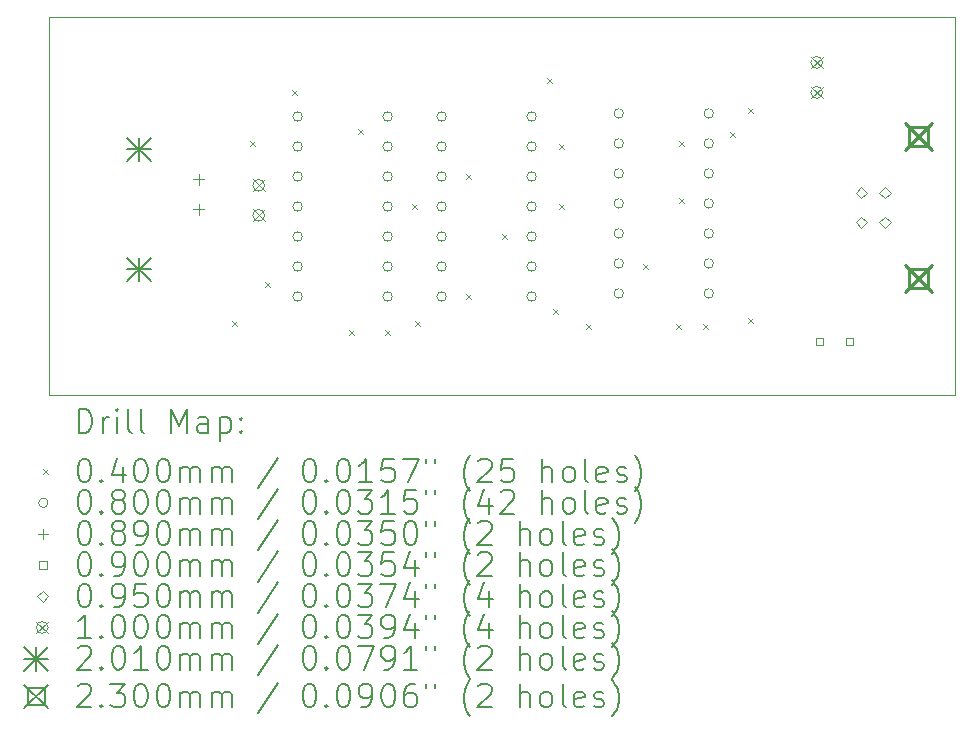
<source format=gbr>
%TF.GenerationSoftware,KiCad,Pcbnew,7.0.8*%
%TF.CreationDate,2024-05-20T17:56:23+02:00*%
%TF.ProjectId,Generator_Cyfrowka,47656e65-7261-4746-9f72-5f437966726f,rev?*%
%TF.SameCoordinates,Original*%
%TF.FileFunction,Drillmap*%
%TF.FilePolarity,Positive*%
%FSLAX45Y45*%
G04 Gerber Fmt 4.5, Leading zero omitted, Abs format (unit mm)*
G04 Created by KiCad (PCBNEW 7.0.8) date 2024-05-20 17:56:23*
%MOMM*%
%LPD*%
G01*
G04 APERTURE LIST*
%ADD10C,0.100000*%
%ADD11C,0.200000*%
%ADD12C,0.040000*%
%ADD13C,0.080000*%
%ADD14C,0.089000*%
%ADD15C,0.090000*%
%ADD16C,0.095000*%
%ADD17C,0.201000*%
%ADD18C,0.230000*%
G04 APERTURE END LIST*
D10*
X4622800Y-6654800D02*
X12293600Y-6654800D01*
X12293600Y-9855200D01*
X4622800Y-9855200D01*
X4622800Y-6654800D01*
D11*
D12*
X6177600Y-9225600D02*
X6217600Y-9265600D01*
X6217600Y-9225600D02*
X6177600Y-9265600D01*
X6330000Y-7701600D02*
X6370000Y-7741600D01*
X6370000Y-7701600D02*
X6330000Y-7741600D01*
X6457000Y-8895400D02*
X6497000Y-8935400D01*
X6497000Y-8895400D02*
X6457000Y-8935400D01*
X6685600Y-7269800D02*
X6725600Y-7309800D01*
X6725600Y-7269800D02*
X6685600Y-7309800D01*
X7168200Y-9301800D02*
X7208200Y-9341800D01*
X7208200Y-9301800D02*
X7168200Y-9341800D01*
X7244400Y-7600000D02*
X7284400Y-7640000D01*
X7284400Y-7600000D02*
X7244400Y-7640000D01*
X7473000Y-9301800D02*
X7513000Y-9341800D01*
X7513000Y-9301800D02*
X7473000Y-9341800D01*
X7701600Y-8235000D02*
X7741600Y-8275000D01*
X7741600Y-8235000D02*
X7701600Y-8275000D01*
X7727000Y-9225600D02*
X7767000Y-9265600D01*
X7767000Y-9225600D02*
X7727000Y-9265600D01*
X8158800Y-7981000D02*
X8198800Y-8021000D01*
X8198800Y-7981000D02*
X8158800Y-8021000D01*
X8158800Y-8997000D02*
X8198800Y-9037000D01*
X8198800Y-8997000D02*
X8158800Y-9037000D01*
X8463600Y-8489000D02*
X8503600Y-8529000D01*
X8503600Y-8489000D02*
X8463600Y-8529000D01*
X8844600Y-7168200D02*
X8884600Y-7208200D01*
X8884600Y-7168200D02*
X8844600Y-7208200D01*
X8895400Y-9124000D02*
X8935400Y-9164000D01*
X8935400Y-9124000D02*
X8895400Y-9164000D01*
X8946200Y-7727000D02*
X8986200Y-7767000D01*
X8986200Y-7727000D02*
X8946200Y-7767000D01*
X8946200Y-8235000D02*
X8986200Y-8275000D01*
X8986200Y-8235000D02*
X8946200Y-8275000D01*
X9174800Y-9251000D02*
X9214800Y-9291000D01*
X9214800Y-9251000D02*
X9174800Y-9291000D01*
X9657400Y-8743000D02*
X9697400Y-8783000D01*
X9697400Y-8743000D02*
X9657400Y-8783000D01*
X9936800Y-9251000D02*
X9976800Y-9291000D01*
X9976800Y-9251000D02*
X9936800Y-9291000D01*
X9962200Y-7701600D02*
X10002200Y-7741600D01*
X10002200Y-7701600D02*
X9962200Y-7741600D01*
X9962200Y-8184200D02*
X10002200Y-8224200D01*
X10002200Y-8184200D02*
X9962200Y-8224200D01*
X10165400Y-9251000D02*
X10205400Y-9291000D01*
X10205400Y-9251000D02*
X10165400Y-9291000D01*
X10394000Y-7625400D02*
X10434000Y-7665400D01*
X10434000Y-7625400D02*
X10394000Y-7665400D01*
X10546400Y-7422200D02*
X10586400Y-7462200D01*
X10586400Y-7422200D02*
X10546400Y-7462200D01*
X10546400Y-9200200D02*
X10586400Y-9240200D01*
X10586400Y-9200200D02*
X10546400Y-9240200D01*
D13*
X6770000Y-7493000D02*
G75*
G03*
X6770000Y-7493000I-40000J0D01*
G01*
X6770000Y-7747000D02*
G75*
G03*
X6770000Y-7747000I-40000J0D01*
G01*
X6770000Y-8001000D02*
G75*
G03*
X6770000Y-8001000I-40000J0D01*
G01*
X6770000Y-8255000D02*
G75*
G03*
X6770000Y-8255000I-40000J0D01*
G01*
X6770000Y-8509000D02*
G75*
G03*
X6770000Y-8509000I-40000J0D01*
G01*
X6770000Y-8763000D02*
G75*
G03*
X6770000Y-8763000I-40000J0D01*
G01*
X6770000Y-9017000D02*
G75*
G03*
X6770000Y-9017000I-40000J0D01*
G01*
X7532000Y-7493000D02*
G75*
G03*
X7532000Y-7493000I-40000J0D01*
G01*
X7532000Y-7747000D02*
G75*
G03*
X7532000Y-7747000I-40000J0D01*
G01*
X7532000Y-8001000D02*
G75*
G03*
X7532000Y-8001000I-40000J0D01*
G01*
X7532000Y-8255000D02*
G75*
G03*
X7532000Y-8255000I-40000J0D01*
G01*
X7532000Y-8509000D02*
G75*
G03*
X7532000Y-8509000I-40000J0D01*
G01*
X7532000Y-8763000D02*
G75*
G03*
X7532000Y-8763000I-40000J0D01*
G01*
X7532000Y-9017000D02*
G75*
G03*
X7532000Y-9017000I-40000J0D01*
G01*
X7989200Y-7494000D02*
G75*
G03*
X7989200Y-7494000I-40000J0D01*
G01*
X7989200Y-7748000D02*
G75*
G03*
X7989200Y-7748000I-40000J0D01*
G01*
X7989200Y-8002000D02*
G75*
G03*
X7989200Y-8002000I-40000J0D01*
G01*
X7989200Y-8256000D02*
G75*
G03*
X7989200Y-8256000I-40000J0D01*
G01*
X7989200Y-8510000D02*
G75*
G03*
X7989200Y-8510000I-40000J0D01*
G01*
X7989200Y-8764000D02*
G75*
G03*
X7989200Y-8764000I-40000J0D01*
G01*
X7989200Y-9018000D02*
G75*
G03*
X7989200Y-9018000I-40000J0D01*
G01*
X8751200Y-7494000D02*
G75*
G03*
X8751200Y-7494000I-40000J0D01*
G01*
X8751200Y-7748000D02*
G75*
G03*
X8751200Y-7748000I-40000J0D01*
G01*
X8751200Y-8002000D02*
G75*
G03*
X8751200Y-8002000I-40000J0D01*
G01*
X8751200Y-8256000D02*
G75*
G03*
X8751200Y-8256000I-40000J0D01*
G01*
X8751200Y-8510000D02*
G75*
G03*
X8751200Y-8510000I-40000J0D01*
G01*
X8751200Y-8764000D02*
G75*
G03*
X8751200Y-8764000I-40000J0D01*
G01*
X8751200Y-9018000D02*
G75*
G03*
X8751200Y-9018000I-40000J0D01*
G01*
X9488800Y-7467600D02*
G75*
G03*
X9488800Y-7467600I-40000J0D01*
G01*
X9488800Y-7721600D02*
G75*
G03*
X9488800Y-7721600I-40000J0D01*
G01*
X9488800Y-7975600D02*
G75*
G03*
X9488800Y-7975600I-40000J0D01*
G01*
X9488800Y-8229600D02*
G75*
G03*
X9488800Y-8229600I-40000J0D01*
G01*
X9488800Y-8483600D02*
G75*
G03*
X9488800Y-8483600I-40000J0D01*
G01*
X9488800Y-8737600D02*
G75*
G03*
X9488800Y-8737600I-40000J0D01*
G01*
X9488800Y-8991600D02*
G75*
G03*
X9488800Y-8991600I-40000J0D01*
G01*
X10250800Y-7467600D02*
G75*
G03*
X10250800Y-7467600I-40000J0D01*
G01*
X10250800Y-7721600D02*
G75*
G03*
X10250800Y-7721600I-40000J0D01*
G01*
X10250800Y-7975600D02*
G75*
G03*
X10250800Y-7975600I-40000J0D01*
G01*
X10250800Y-8229600D02*
G75*
G03*
X10250800Y-8229600I-40000J0D01*
G01*
X10250800Y-8483600D02*
G75*
G03*
X10250800Y-8483600I-40000J0D01*
G01*
X10250800Y-8737600D02*
G75*
G03*
X10250800Y-8737600I-40000J0D01*
G01*
X10250800Y-8991600D02*
G75*
G03*
X10250800Y-8991600I-40000J0D01*
G01*
D14*
X5892800Y-7981900D02*
X5892800Y-8070900D01*
X5848300Y-8026400D02*
X5937300Y-8026400D01*
X5892800Y-8235900D02*
X5892800Y-8324900D01*
X5848300Y-8280400D02*
X5937300Y-8280400D01*
D15*
X11182420Y-9429820D02*
X11182420Y-9366180D01*
X11118780Y-9366180D01*
X11118780Y-9429820D01*
X11182420Y-9429820D01*
X11436420Y-9429820D02*
X11436420Y-9366180D01*
X11372780Y-9366180D01*
X11372780Y-9429820D01*
X11436420Y-9429820D01*
D16*
X11502800Y-8187100D02*
X11550300Y-8139600D01*
X11502800Y-8092100D01*
X11455300Y-8139600D01*
X11502800Y-8187100D01*
X11502800Y-8437100D02*
X11550300Y-8389600D01*
X11502800Y-8342100D01*
X11455300Y-8389600D01*
X11502800Y-8437100D01*
X11702800Y-8187100D02*
X11750300Y-8139600D01*
X11702800Y-8092100D01*
X11655300Y-8139600D01*
X11702800Y-8187100D01*
X11702800Y-8437100D02*
X11750300Y-8389600D01*
X11702800Y-8342100D01*
X11655300Y-8389600D01*
X11702800Y-8437100D01*
D10*
X6350800Y-8026700D02*
X6450800Y-8126700D01*
X6450800Y-8026700D02*
X6350800Y-8126700D01*
X6450800Y-8076700D02*
G75*
G03*
X6450800Y-8076700I-50000J0D01*
G01*
X6350800Y-8280700D02*
X6450800Y-8380700D01*
X6450800Y-8280700D02*
X6350800Y-8380700D01*
X6450800Y-8330700D02*
G75*
G03*
X6450800Y-8330700I-50000J0D01*
G01*
X11075200Y-6985800D02*
X11175200Y-7085800D01*
X11175200Y-6985800D02*
X11075200Y-7085800D01*
X11175200Y-7035800D02*
G75*
G03*
X11175200Y-7035800I-50000J0D01*
G01*
X11075200Y-7239800D02*
X11175200Y-7339800D01*
X11175200Y-7239800D02*
X11075200Y-7339800D01*
X11175200Y-7289800D02*
G75*
G03*
X11175200Y-7289800I-50000J0D01*
G01*
D17*
X5284300Y-7671900D02*
X5485300Y-7872900D01*
X5485300Y-7671900D02*
X5284300Y-7872900D01*
X5384800Y-7671900D02*
X5384800Y-7872900D01*
X5284300Y-7772400D02*
X5485300Y-7772400D01*
X5284300Y-8687900D02*
X5485300Y-8888900D01*
X5485300Y-8687900D02*
X5284300Y-8888900D01*
X5384800Y-8687900D02*
X5384800Y-8888900D01*
X5284300Y-8788400D02*
X5485300Y-8788400D01*
D18*
X11873800Y-7549600D02*
X12103800Y-7779600D01*
X12103800Y-7549600D02*
X11873800Y-7779600D01*
X12070118Y-7745918D02*
X12070118Y-7583282D01*
X11907482Y-7583282D01*
X11907482Y-7745918D01*
X12070118Y-7745918D01*
X11873800Y-8749600D02*
X12103800Y-8979600D01*
X12103800Y-8749600D02*
X11873800Y-8979600D01*
X12070118Y-8945918D02*
X12070118Y-8783282D01*
X11907482Y-8783282D01*
X11907482Y-8945918D01*
X12070118Y-8945918D01*
D11*
X4878577Y-10171684D02*
X4878577Y-9971684D01*
X4878577Y-9971684D02*
X4926196Y-9971684D01*
X4926196Y-9971684D02*
X4954767Y-9981208D01*
X4954767Y-9981208D02*
X4973815Y-10000255D01*
X4973815Y-10000255D02*
X4983339Y-10019303D01*
X4983339Y-10019303D02*
X4992863Y-10057398D01*
X4992863Y-10057398D02*
X4992863Y-10085970D01*
X4992863Y-10085970D02*
X4983339Y-10124065D01*
X4983339Y-10124065D02*
X4973815Y-10143112D01*
X4973815Y-10143112D02*
X4954767Y-10162160D01*
X4954767Y-10162160D02*
X4926196Y-10171684D01*
X4926196Y-10171684D02*
X4878577Y-10171684D01*
X5078577Y-10171684D02*
X5078577Y-10038350D01*
X5078577Y-10076446D02*
X5088101Y-10057398D01*
X5088101Y-10057398D02*
X5097624Y-10047874D01*
X5097624Y-10047874D02*
X5116672Y-10038350D01*
X5116672Y-10038350D02*
X5135720Y-10038350D01*
X5202386Y-10171684D02*
X5202386Y-10038350D01*
X5202386Y-9971684D02*
X5192863Y-9981208D01*
X5192863Y-9981208D02*
X5202386Y-9990731D01*
X5202386Y-9990731D02*
X5211910Y-9981208D01*
X5211910Y-9981208D02*
X5202386Y-9971684D01*
X5202386Y-9971684D02*
X5202386Y-9990731D01*
X5326196Y-10171684D02*
X5307148Y-10162160D01*
X5307148Y-10162160D02*
X5297624Y-10143112D01*
X5297624Y-10143112D02*
X5297624Y-9971684D01*
X5430958Y-10171684D02*
X5411910Y-10162160D01*
X5411910Y-10162160D02*
X5402386Y-10143112D01*
X5402386Y-10143112D02*
X5402386Y-9971684D01*
X5659529Y-10171684D02*
X5659529Y-9971684D01*
X5659529Y-9971684D02*
X5726196Y-10114541D01*
X5726196Y-10114541D02*
X5792862Y-9971684D01*
X5792862Y-9971684D02*
X5792862Y-10171684D01*
X5973815Y-10171684D02*
X5973815Y-10066922D01*
X5973815Y-10066922D02*
X5964291Y-10047874D01*
X5964291Y-10047874D02*
X5945243Y-10038350D01*
X5945243Y-10038350D02*
X5907148Y-10038350D01*
X5907148Y-10038350D02*
X5888101Y-10047874D01*
X5973815Y-10162160D02*
X5954767Y-10171684D01*
X5954767Y-10171684D02*
X5907148Y-10171684D01*
X5907148Y-10171684D02*
X5888101Y-10162160D01*
X5888101Y-10162160D02*
X5878577Y-10143112D01*
X5878577Y-10143112D02*
X5878577Y-10124065D01*
X5878577Y-10124065D02*
X5888101Y-10105017D01*
X5888101Y-10105017D02*
X5907148Y-10095493D01*
X5907148Y-10095493D02*
X5954767Y-10095493D01*
X5954767Y-10095493D02*
X5973815Y-10085970D01*
X6069053Y-10038350D02*
X6069053Y-10238350D01*
X6069053Y-10047874D02*
X6088101Y-10038350D01*
X6088101Y-10038350D02*
X6126196Y-10038350D01*
X6126196Y-10038350D02*
X6145243Y-10047874D01*
X6145243Y-10047874D02*
X6154767Y-10057398D01*
X6154767Y-10057398D02*
X6164291Y-10076446D01*
X6164291Y-10076446D02*
X6164291Y-10133589D01*
X6164291Y-10133589D02*
X6154767Y-10152636D01*
X6154767Y-10152636D02*
X6145243Y-10162160D01*
X6145243Y-10162160D02*
X6126196Y-10171684D01*
X6126196Y-10171684D02*
X6088101Y-10171684D01*
X6088101Y-10171684D02*
X6069053Y-10162160D01*
X6250005Y-10152636D02*
X6259529Y-10162160D01*
X6259529Y-10162160D02*
X6250005Y-10171684D01*
X6250005Y-10171684D02*
X6240482Y-10162160D01*
X6240482Y-10162160D02*
X6250005Y-10152636D01*
X6250005Y-10152636D02*
X6250005Y-10171684D01*
X6250005Y-10047874D02*
X6259529Y-10057398D01*
X6259529Y-10057398D02*
X6250005Y-10066922D01*
X6250005Y-10066922D02*
X6240482Y-10057398D01*
X6240482Y-10057398D02*
X6250005Y-10047874D01*
X6250005Y-10047874D02*
X6250005Y-10066922D01*
D12*
X4577800Y-10480200D02*
X4617800Y-10520200D01*
X4617800Y-10480200D02*
X4577800Y-10520200D01*
D11*
X4916672Y-10391684D02*
X4935720Y-10391684D01*
X4935720Y-10391684D02*
X4954767Y-10401208D01*
X4954767Y-10401208D02*
X4964291Y-10410731D01*
X4964291Y-10410731D02*
X4973815Y-10429779D01*
X4973815Y-10429779D02*
X4983339Y-10467874D01*
X4983339Y-10467874D02*
X4983339Y-10515493D01*
X4983339Y-10515493D02*
X4973815Y-10553589D01*
X4973815Y-10553589D02*
X4964291Y-10572636D01*
X4964291Y-10572636D02*
X4954767Y-10582160D01*
X4954767Y-10582160D02*
X4935720Y-10591684D01*
X4935720Y-10591684D02*
X4916672Y-10591684D01*
X4916672Y-10591684D02*
X4897624Y-10582160D01*
X4897624Y-10582160D02*
X4888101Y-10572636D01*
X4888101Y-10572636D02*
X4878577Y-10553589D01*
X4878577Y-10553589D02*
X4869053Y-10515493D01*
X4869053Y-10515493D02*
X4869053Y-10467874D01*
X4869053Y-10467874D02*
X4878577Y-10429779D01*
X4878577Y-10429779D02*
X4888101Y-10410731D01*
X4888101Y-10410731D02*
X4897624Y-10401208D01*
X4897624Y-10401208D02*
X4916672Y-10391684D01*
X5069053Y-10572636D02*
X5078577Y-10582160D01*
X5078577Y-10582160D02*
X5069053Y-10591684D01*
X5069053Y-10591684D02*
X5059529Y-10582160D01*
X5059529Y-10582160D02*
X5069053Y-10572636D01*
X5069053Y-10572636D02*
X5069053Y-10591684D01*
X5250005Y-10458350D02*
X5250005Y-10591684D01*
X5202386Y-10382160D02*
X5154767Y-10525017D01*
X5154767Y-10525017D02*
X5278577Y-10525017D01*
X5392863Y-10391684D02*
X5411910Y-10391684D01*
X5411910Y-10391684D02*
X5430958Y-10401208D01*
X5430958Y-10401208D02*
X5440482Y-10410731D01*
X5440482Y-10410731D02*
X5450005Y-10429779D01*
X5450005Y-10429779D02*
X5459529Y-10467874D01*
X5459529Y-10467874D02*
X5459529Y-10515493D01*
X5459529Y-10515493D02*
X5450005Y-10553589D01*
X5450005Y-10553589D02*
X5440482Y-10572636D01*
X5440482Y-10572636D02*
X5430958Y-10582160D01*
X5430958Y-10582160D02*
X5411910Y-10591684D01*
X5411910Y-10591684D02*
X5392863Y-10591684D01*
X5392863Y-10591684D02*
X5373815Y-10582160D01*
X5373815Y-10582160D02*
X5364291Y-10572636D01*
X5364291Y-10572636D02*
X5354767Y-10553589D01*
X5354767Y-10553589D02*
X5345244Y-10515493D01*
X5345244Y-10515493D02*
X5345244Y-10467874D01*
X5345244Y-10467874D02*
X5354767Y-10429779D01*
X5354767Y-10429779D02*
X5364291Y-10410731D01*
X5364291Y-10410731D02*
X5373815Y-10401208D01*
X5373815Y-10401208D02*
X5392863Y-10391684D01*
X5583339Y-10391684D02*
X5602386Y-10391684D01*
X5602386Y-10391684D02*
X5621434Y-10401208D01*
X5621434Y-10401208D02*
X5630958Y-10410731D01*
X5630958Y-10410731D02*
X5640482Y-10429779D01*
X5640482Y-10429779D02*
X5650005Y-10467874D01*
X5650005Y-10467874D02*
X5650005Y-10515493D01*
X5650005Y-10515493D02*
X5640482Y-10553589D01*
X5640482Y-10553589D02*
X5630958Y-10572636D01*
X5630958Y-10572636D02*
X5621434Y-10582160D01*
X5621434Y-10582160D02*
X5602386Y-10591684D01*
X5602386Y-10591684D02*
X5583339Y-10591684D01*
X5583339Y-10591684D02*
X5564291Y-10582160D01*
X5564291Y-10582160D02*
X5554767Y-10572636D01*
X5554767Y-10572636D02*
X5545244Y-10553589D01*
X5545244Y-10553589D02*
X5535720Y-10515493D01*
X5535720Y-10515493D02*
X5535720Y-10467874D01*
X5535720Y-10467874D02*
X5545244Y-10429779D01*
X5545244Y-10429779D02*
X5554767Y-10410731D01*
X5554767Y-10410731D02*
X5564291Y-10401208D01*
X5564291Y-10401208D02*
X5583339Y-10391684D01*
X5735720Y-10591684D02*
X5735720Y-10458350D01*
X5735720Y-10477398D02*
X5745243Y-10467874D01*
X5745243Y-10467874D02*
X5764291Y-10458350D01*
X5764291Y-10458350D02*
X5792863Y-10458350D01*
X5792863Y-10458350D02*
X5811910Y-10467874D01*
X5811910Y-10467874D02*
X5821434Y-10486922D01*
X5821434Y-10486922D02*
X5821434Y-10591684D01*
X5821434Y-10486922D02*
X5830958Y-10467874D01*
X5830958Y-10467874D02*
X5850005Y-10458350D01*
X5850005Y-10458350D02*
X5878577Y-10458350D01*
X5878577Y-10458350D02*
X5897624Y-10467874D01*
X5897624Y-10467874D02*
X5907148Y-10486922D01*
X5907148Y-10486922D02*
X5907148Y-10591684D01*
X6002386Y-10591684D02*
X6002386Y-10458350D01*
X6002386Y-10477398D02*
X6011910Y-10467874D01*
X6011910Y-10467874D02*
X6030958Y-10458350D01*
X6030958Y-10458350D02*
X6059529Y-10458350D01*
X6059529Y-10458350D02*
X6078577Y-10467874D01*
X6078577Y-10467874D02*
X6088101Y-10486922D01*
X6088101Y-10486922D02*
X6088101Y-10591684D01*
X6088101Y-10486922D02*
X6097624Y-10467874D01*
X6097624Y-10467874D02*
X6116672Y-10458350D01*
X6116672Y-10458350D02*
X6145243Y-10458350D01*
X6145243Y-10458350D02*
X6164291Y-10467874D01*
X6164291Y-10467874D02*
X6173815Y-10486922D01*
X6173815Y-10486922D02*
X6173815Y-10591684D01*
X6564291Y-10382160D02*
X6392863Y-10639303D01*
X6821434Y-10391684D02*
X6840482Y-10391684D01*
X6840482Y-10391684D02*
X6859529Y-10401208D01*
X6859529Y-10401208D02*
X6869053Y-10410731D01*
X6869053Y-10410731D02*
X6878577Y-10429779D01*
X6878577Y-10429779D02*
X6888101Y-10467874D01*
X6888101Y-10467874D02*
X6888101Y-10515493D01*
X6888101Y-10515493D02*
X6878577Y-10553589D01*
X6878577Y-10553589D02*
X6869053Y-10572636D01*
X6869053Y-10572636D02*
X6859529Y-10582160D01*
X6859529Y-10582160D02*
X6840482Y-10591684D01*
X6840482Y-10591684D02*
X6821434Y-10591684D01*
X6821434Y-10591684D02*
X6802386Y-10582160D01*
X6802386Y-10582160D02*
X6792863Y-10572636D01*
X6792863Y-10572636D02*
X6783339Y-10553589D01*
X6783339Y-10553589D02*
X6773815Y-10515493D01*
X6773815Y-10515493D02*
X6773815Y-10467874D01*
X6773815Y-10467874D02*
X6783339Y-10429779D01*
X6783339Y-10429779D02*
X6792863Y-10410731D01*
X6792863Y-10410731D02*
X6802386Y-10401208D01*
X6802386Y-10401208D02*
X6821434Y-10391684D01*
X6973815Y-10572636D02*
X6983339Y-10582160D01*
X6983339Y-10582160D02*
X6973815Y-10591684D01*
X6973815Y-10591684D02*
X6964291Y-10582160D01*
X6964291Y-10582160D02*
X6973815Y-10572636D01*
X6973815Y-10572636D02*
X6973815Y-10591684D01*
X7107148Y-10391684D02*
X7126196Y-10391684D01*
X7126196Y-10391684D02*
X7145244Y-10401208D01*
X7145244Y-10401208D02*
X7154767Y-10410731D01*
X7154767Y-10410731D02*
X7164291Y-10429779D01*
X7164291Y-10429779D02*
X7173815Y-10467874D01*
X7173815Y-10467874D02*
X7173815Y-10515493D01*
X7173815Y-10515493D02*
X7164291Y-10553589D01*
X7164291Y-10553589D02*
X7154767Y-10572636D01*
X7154767Y-10572636D02*
X7145244Y-10582160D01*
X7145244Y-10582160D02*
X7126196Y-10591684D01*
X7126196Y-10591684D02*
X7107148Y-10591684D01*
X7107148Y-10591684D02*
X7088101Y-10582160D01*
X7088101Y-10582160D02*
X7078577Y-10572636D01*
X7078577Y-10572636D02*
X7069053Y-10553589D01*
X7069053Y-10553589D02*
X7059529Y-10515493D01*
X7059529Y-10515493D02*
X7059529Y-10467874D01*
X7059529Y-10467874D02*
X7069053Y-10429779D01*
X7069053Y-10429779D02*
X7078577Y-10410731D01*
X7078577Y-10410731D02*
X7088101Y-10401208D01*
X7088101Y-10401208D02*
X7107148Y-10391684D01*
X7364291Y-10591684D02*
X7250006Y-10591684D01*
X7307148Y-10591684D02*
X7307148Y-10391684D01*
X7307148Y-10391684D02*
X7288101Y-10420255D01*
X7288101Y-10420255D02*
X7269053Y-10439303D01*
X7269053Y-10439303D02*
X7250006Y-10448827D01*
X7545244Y-10391684D02*
X7450006Y-10391684D01*
X7450006Y-10391684D02*
X7440482Y-10486922D01*
X7440482Y-10486922D02*
X7450006Y-10477398D01*
X7450006Y-10477398D02*
X7469053Y-10467874D01*
X7469053Y-10467874D02*
X7516672Y-10467874D01*
X7516672Y-10467874D02*
X7535720Y-10477398D01*
X7535720Y-10477398D02*
X7545244Y-10486922D01*
X7545244Y-10486922D02*
X7554767Y-10505970D01*
X7554767Y-10505970D02*
X7554767Y-10553589D01*
X7554767Y-10553589D02*
X7545244Y-10572636D01*
X7545244Y-10572636D02*
X7535720Y-10582160D01*
X7535720Y-10582160D02*
X7516672Y-10591684D01*
X7516672Y-10591684D02*
X7469053Y-10591684D01*
X7469053Y-10591684D02*
X7450006Y-10582160D01*
X7450006Y-10582160D02*
X7440482Y-10572636D01*
X7621434Y-10391684D02*
X7754767Y-10391684D01*
X7754767Y-10391684D02*
X7669053Y-10591684D01*
X7821434Y-10391684D02*
X7821434Y-10429779D01*
X7897625Y-10391684D02*
X7897625Y-10429779D01*
X8192863Y-10667874D02*
X8183339Y-10658350D01*
X8183339Y-10658350D02*
X8164291Y-10629779D01*
X8164291Y-10629779D02*
X8154768Y-10610731D01*
X8154768Y-10610731D02*
X8145244Y-10582160D01*
X8145244Y-10582160D02*
X8135720Y-10534541D01*
X8135720Y-10534541D02*
X8135720Y-10496446D01*
X8135720Y-10496446D02*
X8145244Y-10448827D01*
X8145244Y-10448827D02*
X8154768Y-10420255D01*
X8154768Y-10420255D02*
X8164291Y-10401208D01*
X8164291Y-10401208D02*
X8183339Y-10372636D01*
X8183339Y-10372636D02*
X8192863Y-10363112D01*
X8259529Y-10410731D02*
X8269053Y-10401208D01*
X8269053Y-10401208D02*
X8288101Y-10391684D01*
X8288101Y-10391684D02*
X8335720Y-10391684D01*
X8335720Y-10391684D02*
X8354768Y-10401208D01*
X8354768Y-10401208D02*
X8364291Y-10410731D01*
X8364291Y-10410731D02*
X8373815Y-10429779D01*
X8373815Y-10429779D02*
X8373815Y-10448827D01*
X8373815Y-10448827D02*
X8364291Y-10477398D01*
X8364291Y-10477398D02*
X8250006Y-10591684D01*
X8250006Y-10591684D02*
X8373815Y-10591684D01*
X8554768Y-10391684D02*
X8459530Y-10391684D01*
X8459530Y-10391684D02*
X8450006Y-10486922D01*
X8450006Y-10486922D02*
X8459530Y-10477398D01*
X8459530Y-10477398D02*
X8478577Y-10467874D01*
X8478577Y-10467874D02*
X8526196Y-10467874D01*
X8526196Y-10467874D02*
X8545244Y-10477398D01*
X8545244Y-10477398D02*
X8554768Y-10486922D01*
X8554768Y-10486922D02*
X8564291Y-10505970D01*
X8564291Y-10505970D02*
X8564291Y-10553589D01*
X8564291Y-10553589D02*
X8554768Y-10572636D01*
X8554768Y-10572636D02*
X8545244Y-10582160D01*
X8545244Y-10582160D02*
X8526196Y-10591684D01*
X8526196Y-10591684D02*
X8478577Y-10591684D01*
X8478577Y-10591684D02*
X8459530Y-10582160D01*
X8459530Y-10582160D02*
X8450006Y-10572636D01*
X8802387Y-10591684D02*
X8802387Y-10391684D01*
X8888101Y-10591684D02*
X8888101Y-10486922D01*
X8888101Y-10486922D02*
X8878577Y-10467874D01*
X8878577Y-10467874D02*
X8859530Y-10458350D01*
X8859530Y-10458350D02*
X8830958Y-10458350D01*
X8830958Y-10458350D02*
X8811911Y-10467874D01*
X8811911Y-10467874D02*
X8802387Y-10477398D01*
X9011911Y-10591684D02*
X8992863Y-10582160D01*
X8992863Y-10582160D02*
X8983339Y-10572636D01*
X8983339Y-10572636D02*
X8973815Y-10553589D01*
X8973815Y-10553589D02*
X8973815Y-10496446D01*
X8973815Y-10496446D02*
X8983339Y-10477398D01*
X8983339Y-10477398D02*
X8992863Y-10467874D01*
X8992863Y-10467874D02*
X9011911Y-10458350D01*
X9011911Y-10458350D02*
X9040482Y-10458350D01*
X9040482Y-10458350D02*
X9059530Y-10467874D01*
X9059530Y-10467874D02*
X9069053Y-10477398D01*
X9069053Y-10477398D02*
X9078577Y-10496446D01*
X9078577Y-10496446D02*
X9078577Y-10553589D01*
X9078577Y-10553589D02*
X9069053Y-10572636D01*
X9069053Y-10572636D02*
X9059530Y-10582160D01*
X9059530Y-10582160D02*
X9040482Y-10591684D01*
X9040482Y-10591684D02*
X9011911Y-10591684D01*
X9192863Y-10591684D02*
X9173815Y-10582160D01*
X9173815Y-10582160D02*
X9164292Y-10563112D01*
X9164292Y-10563112D02*
X9164292Y-10391684D01*
X9345244Y-10582160D02*
X9326196Y-10591684D01*
X9326196Y-10591684D02*
X9288101Y-10591684D01*
X9288101Y-10591684D02*
X9269053Y-10582160D01*
X9269053Y-10582160D02*
X9259530Y-10563112D01*
X9259530Y-10563112D02*
X9259530Y-10486922D01*
X9259530Y-10486922D02*
X9269053Y-10467874D01*
X9269053Y-10467874D02*
X9288101Y-10458350D01*
X9288101Y-10458350D02*
X9326196Y-10458350D01*
X9326196Y-10458350D02*
X9345244Y-10467874D01*
X9345244Y-10467874D02*
X9354768Y-10486922D01*
X9354768Y-10486922D02*
X9354768Y-10505970D01*
X9354768Y-10505970D02*
X9259530Y-10525017D01*
X9430958Y-10582160D02*
X9450006Y-10591684D01*
X9450006Y-10591684D02*
X9488101Y-10591684D01*
X9488101Y-10591684D02*
X9507149Y-10582160D01*
X9507149Y-10582160D02*
X9516673Y-10563112D01*
X9516673Y-10563112D02*
X9516673Y-10553589D01*
X9516673Y-10553589D02*
X9507149Y-10534541D01*
X9507149Y-10534541D02*
X9488101Y-10525017D01*
X9488101Y-10525017D02*
X9459530Y-10525017D01*
X9459530Y-10525017D02*
X9440482Y-10515493D01*
X9440482Y-10515493D02*
X9430958Y-10496446D01*
X9430958Y-10496446D02*
X9430958Y-10486922D01*
X9430958Y-10486922D02*
X9440482Y-10467874D01*
X9440482Y-10467874D02*
X9459530Y-10458350D01*
X9459530Y-10458350D02*
X9488101Y-10458350D01*
X9488101Y-10458350D02*
X9507149Y-10467874D01*
X9583339Y-10667874D02*
X9592863Y-10658350D01*
X9592863Y-10658350D02*
X9611911Y-10629779D01*
X9611911Y-10629779D02*
X9621434Y-10610731D01*
X9621434Y-10610731D02*
X9630958Y-10582160D01*
X9630958Y-10582160D02*
X9640482Y-10534541D01*
X9640482Y-10534541D02*
X9640482Y-10496446D01*
X9640482Y-10496446D02*
X9630958Y-10448827D01*
X9630958Y-10448827D02*
X9621434Y-10420255D01*
X9621434Y-10420255D02*
X9611911Y-10401208D01*
X9611911Y-10401208D02*
X9592863Y-10372636D01*
X9592863Y-10372636D02*
X9583339Y-10363112D01*
D13*
X4617800Y-10764200D02*
G75*
G03*
X4617800Y-10764200I-40000J0D01*
G01*
D11*
X4916672Y-10655684D02*
X4935720Y-10655684D01*
X4935720Y-10655684D02*
X4954767Y-10665208D01*
X4954767Y-10665208D02*
X4964291Y-10674731D01*
X4964291Y-10674731D02*
X4973815Y-10693779D01*
X4973815Y-10693779D02*
X4983339Y-10731874D01*
X4983339Y-10731874D02*
X4983339Y-10779493D01*
X4983339Y-10779493D02*
X4973815Y-10817589D01*
X4973815Y-10817589D02*
X4964291Y-10836636D01*
X4964291Y-10836636D02*
X4954767Y-10846160D01*
X4954767Y-10846160D02*
X4935720Y-10855684D01*
X4935720Y-10855684D02*
X4916672Y-10855684D01*
X4916672Y-10855684D02*
X4897624Y-10846160D01*
X4897624Y-10846160D02*
X4888101Y-10836636D01*
X4888101Y-10836636D02*
X4878577Y-10817589D01*
X4878577Y-10817589D02*
X4869053Y-10779493D01*
X4869053Y-10779493D02*
X4869053Y-10731874D01*
X4869053Y-10731874D02*
X4878577Y-10693779D01*
X4878577Y-10693779D02*
X4888101Y-10674731D01*
X4888101Y-10674731D02*
X4897624Y-10665208D01*
X4897624Y-10665208D02*
X4916672Y-10655684D01*
X5069053Y-10836636D02*
X5078577Y-10846160D01*
X5078577Y-10846160D02*
X5069053Y-10855684D01*
X5069053Y-10855684D02*
X5059529Y-10846160D01*
X5059529Y-10846160D02*
X5069053Y-10836636D01*
X5069053Y-10836636D02*
X5069053Y-10855684D01*
X5192863Y-10741398D02*
X5173815Y-10731874D01*
X5173815Y-10731874D02*
X5164291Y-10722350D01*
X5164291Y-10722350D02*
X5154767Y-10703303D01*
X5154767Y-10703303D02*
X5154767Y-10693779D01*
X5154767Y-10693779D02*
X5164291Y-10674731D01*
X5164291Y-10674731D02*
X5173815Y-10665208D01*
X5173815Y-10665208D02*
X5192863Y-10655684D01*
X5192863Y-10655684D02*
X5230958Y-10655684D01*
X5230958Y-10655684D02*
X5250005Y-10665208D01*
X5250005Y-10665208D02*
X5259529Y-10674731D01*
X5259529Y-10674731D02*
X5269053Y-10693779D01*
X5269053Y-10693779D02*
X5269053Y-10703303D01*
X5269053Y-10703303D02*
X5259529Y-10722350D01*
X5259529Y-10722350D02*
X5250005Y-10731874D01*
X5250005Y-10731874D02*
X5230958Y-10741398D01*
X5230958Y-10741398D02*
X5192863Y-10741398D01*
X5192863Y-10741398D02*
X5173815Y-10750922D01*
X5173815Y-10750922D02*
X5164291Y-10760446D01*
X5164291Y-10760446D02*
X5154767Y-10779493D01*
X5154767Y-10779493D02*
X5154767Y-10817589D01*
X5154767Y-10817589D02*
X5164291Y-10836636D01*
X5164291Y-10836636D02*
X5173815Y-10846160D01*
X5173815Y-10846160D02*
X5192863Y-10855684D01*
X5192863Y-10855684D02*
X5230958Y-10855684D01*
X5230958Y-10855684D02*
X5250005Y-10846160D01*
X5250005Y-10846160D02*
X5259529Y-10836636D01*
X5259529Y-10836636D02*
X5269053Y-10817589D01*
X5269053Y-10817589D02*
X5269053Y-10779493D01*
X5269053Y-10779493D02*
X5259529Y-10760446D01*
X5259529Y-10760446D02*
X5250005Y-10750922D01*
X5250005Y-10750922D02*
X5230958Y-10741398D01*
X5392863Y-10655684D02*
X5411910Y-10655684D01*
X5411910Y-10655684D02*
X5430958Y-10665208D01*
X5430958Y-10665208D02*
X5440482Y-10674731D01*
X5440482Y-10674731D02*
X5450005Y-10693779D01*
X5450005Y-10693779D02*
X5459529Y-10731874D01*
X5459529Y-10731874D02*
X5459529Y-10779493D01*
X5459529Y-10779493D02*
X5450005Y-10817589D01*
X5450005Y-10817589D02*
X5440482Y-10836636D01*
X5440482Y-10836636D02*
X5430958Y-10846160D01*
X5430958Y-10846160D02*
X5411910Y-10855684D01*
X5411910Y-10855684D02*
X5392863Y-10855684D01*
X5392863Y-10855684D02*
X5373815Y-10846160D01*
X5373815Y-10846160D02*
X5364291Y-10836636D01*
X5364291Y-10836636D02*
X5354767Y-10817589D01*
X5354767Y-10817589D02*
X5345244Y-10779493D01*
X5345244Y-10779493D02*
X5345244Y-10731874D01*
X5345244Y-10731874D02*
X5354767Y-10693779D01*
X5354767Y-10693779D02*
X5364291Y-10674731D01*
X5364291Y-10674731D02*
X5373815Y-10665208D01*
X5373815Y-10665208D02*
X5392863Y-10655684D01*
X5583339Y-10655684D02*
X5602386Y-10655684D01*
X5602386Y-10655684D02*
X5621434Y-10665208D01*
X5621434Y-10665208D02*
X5630958Y-10674731D01*
X5630958Y-10674731D02*
X5640482Y-10693779D01*
X5640482Y-10693779D02*
X5650005Y-10731874D01*
X5650005Y-10731874D02*
X5650005Y-10779493D01*
X5650005Y-10779493D02*
X5640482Y-10817589D01*
X5640482Y-10817589D02*
X5630958Y-10836636D01*
X5630958Y-10836636D02*
X5621434Y-10846160D01*
X5621434Y-10846160D02*
X5602386Y-10855684D01*
X5602386Y-10855684D02*
X5583339Y-10855684D01*
X5583339Y-10855684D02*
X5564291Y-10846160D01*
X5564291Y-10846160D02*
X5554767Y-10836636D01*
X5554767Y-10836636D02*
X5545244Y-10817589D01*
X5545244Y-10817589D02*
X5535720Y-10779493D01*
X5535720Y-10779493D02*
X5535720Y-10731874D01*
X5535720Y-10731874D02*
X5545244Y-10693779D01*
X5545244Y-10693779D02*
X5554767Y-10674731D01*
X5554767Y-10674731D02*
X5564291Y-10665208D01*
X5564291Y-10665208D02*
X5583339Y-10655684D01*
X5735720Y-10855684D02*
X5735720Y-10722350D01*
X5735720Y-10741398D02*
X5745243Y-10731874D01*
X5745243Y-10731874D02*
X5764291Y-10722350D01*
X5764291Y-10722350D02*
X5792863Y-10722350D01*
X5792863Y-10722350D02*
X5811910Y-10731874D01*
X5811910Y-10731874D02*
X5821434Y-10750922D01*
X5821434Y-10750922D02*
X5821434Y-10855684D01*
X5821434Y-10750922D02*
X5830958Y-10731874D01*
X5830958Y-10731874D02*
X5850005Y-10722350D01*
X5850005Y-10722350D02*
X5878577Y-10722350D01*
X5878577Y-10722350D02*
X5897624Y-10731874D01*
X5897624Y-10731874D02*
X5907148Y-10750922D01*
X5907148Y-10750922D02*
X5907148Y-10855684D01*
X6002386Y-10855684D02*
X6002386Y-10722350D01*
X6002386Y-10741398D02*
X6011910Y-10731874D01*
X6011910Y-10731874D02*
X6030958Y-10722350D01*
X6030958Y-10722350D02*
X6059529Y-10722350D01*
X6059529Y-10722350D02*
X6078577Y-10731874D01*
X6078577Y-10731874D02*
X6088101Y-10750922D01*
X6088101Y-10750922D02*
X6088101Y-10855684D01*
X6088101Y-10750922D02*
X6097624Y-10731874D01*
X6097624Y-10731874D02*
X6116672Y-10722350D01*
X6116672Y-10722350D02*
X6145243Y-10722350D01*
X6145243Y-10722350D02*
X6164291Y-10731874D01*
X6164291Y-10731874D02*
X6173815Y-10750922D01*
X6173815Y-10750922D02*
X6173815Y-10855684D01*
X6564291Y-10646160D02*
X6392863Y-10903303D01*
X6821434Y-10655684D02*
X6840482Y-10655684D01*
X6840482Y-10655684D02*
X6859529Y-10665208D01*
X6859529Y-10665208D02*
X6869053Y-10674731D01*
X6869053Y-10674731D02*
X6878577Y-10693779D01*
X6878577Y-10693779D02*
X6888101Y-10731874D01*
X6888101Y-10731874D02*
X6888101Y-10779493D01*
X6888101Y-10779493D02*
X6878577Y-10817589D01*
X6878577Y-10817589D02*
X6869053Y-10836636D01*
X6869053Y-10836636D02*
X6859529Y-10846160D01*
X6859529Y-10846160D02*
X6840482Y-10855684D01*
X6840482Y-10855684D02*
X6821434Y-10855684D01*
X6821434Y-10855684D02*
X6802386Y-10846160D01*
X6802386Y-10846160D02*
X6792863Y-10836636D01*
X6792863Y-10836636D02*
X6783339Y-10817589D01*
X6783339Y-10817589D02*
X6773815Y-10779493D01*
X6773815Y-10779493D02*
X6773815Y-10731874D01*
X6773815Y-10731874D02*
X6783339Y-10693779D01*
X6783339Y-10693779D02*
X6792863Y-10674731D01*
X6792863Y-10674731D02*
X6802386Y-10665208D01*
X6802386Y-10665208D02*
X6821434Y-10655684D01*
X6973815Y-10836636D02*
X6983339Y-10846160D01*
X6983339Y-10846160D02*
X6973815Y-10855684D01*
X6973815Y-10855684D02*
X6964291Y-10846160D01*
X6964291Y-10846160D02*
X6973815Y-10836636D01*
X6973815Y-10836636D02*
X6973815Y-10855684D01*
X7107148Y-10655684D02*
X7126196Y-10655684D01*
X7126196Y-10655684D02*
X7145244Y-10665208D01*
X7145244Y-10665208D02*
X7154767Y-10674731D01*
X7154767Y-10674731D02*
X7164291Y-10693779D01*
X7164291Y-10693779D02*
X7173815Y-10731874D01*
X7173815Y-10731874D02*
X7173815Y-10779493D01*
X7173815Y-10779493D02*
X7164291Y-10817589D01*
X7164291Y-10817589D02*
X7154767Y-10836636D01*
X7154767Y-10836636D02*
X7145244Y-10846160D01*
X7145244Y-10846160D02*
X7126196Y-10855684D01*
X7126196Y-10855684D02*
X7107148Y-10855684D01*
X7107148Y-10855684D02*
X7088101Y-10846160D01*
X7088101Y-10846160D02*
X7078577Y-10836636D01*
X7078577Y-10836636D02*
X7069053Y-10817589D01*
X7069053Y-10817589D02*
X7059529Y-10779493D01*
X7059529Y-10779493D02*
X7059529Y-10731874D01*
X7059529Y-10731874D02*
X7069053Y-10693779D01*
X7069053Y-10693779D02*
X7078577Y-10674731D01*
X7078577Y-10674731D02*
X7088101Y-10665208D01*
X7088101Y-10665208D02*
X7107148Y-10655684D01*
X7240482Y-10655684D02*
X7364291Y-10655684D01*
X7364291Y-10655684D02*
X7297625Y-10731874D01*
X7297625Y-10731874D02*
X7326196Y-10731874D01*
X7326196Y-10731874D02*
X7345244Y-10741398D01*
X7345244Y-10741398D02*
X7354767Y-10750922D01*
X7354767Y-10750922D02*
X7364291Y-10769970D01*
X7364291Y-10769970D02*
X7364291Y-10817589D01*
X7364291Y-10817589D02*
X7354767Y-10836636D01*
X7354767Y-10836636D02*
X7345244Y-10846160D01*
X7345244Y-10846160D02*
X7326196Y-10855684D01*
X7326196Y-10855684D02*
X7269053Y-10855684D01*
X7269053Y-10855684D02*
X7250006Y-10846160D01*
X7250006Y-10846160D02*
X7240482Y-10836636D01*
X7554767Y-10855684D02*
X7440482Y-10855684D01*
X7497625Y-10855684D02*
X7497625Y-10655684D01*
X7497625Y-10655684D02*
X7478577Y-10684255D01*
X7478577Y-10684255D02*
X7459529Y-10703303D01*
X7459529Y-10703303D02*
X7440482Y-10712827D01*
X7735720Y-10655684D02*
X7640482Y-10655684D01*
X7640482Y-10655684D02*
X7630958Y-10750922D01*
X7630958Y-10750922D02*
X7640482Y-10741398D01*
X7640482Y-10741398D02*
X7659529Y-10731874D01*
X7659529Y-10731874D02*
X7707148Y-10731874D01*
X7707148Y-10731874D02*
X7726196Y-10741398D01*
X7726196Y-10741398D02*
X7735720Y-10750922D01*
X7735720Y-10750922D02*
X7745244Y-10769970D01*
X7745244Y-10769970D02*
X7745244Y-10817589D01*
X7745244Y-10817589D02*
X7735720Y-10836636D01*
X7735720Y-10836636D02*
X7726196Y-10846160D01*
X7726196Y-10846160D02*
X7707148Y-10855684D01*
X7707148Y-10855684D02*
X7659529Y-10855684D01*
X7659529Y-10855684D02*
X7640482Y-10846160D01*
X7640482Y-10846160D02*
X7630958Y-10836636D01*
X7821434Y-10655684D02*
X7821434Y-10693779D01*
X7897625Y-10655684D02*
X7897625Y-10693779D01*
X8192863Y-10931874D02*
X8183339Y-10922350D01*
X8183339Y-10922350D02*
X8164291Y-10893779D01*
X8164291Y-10893779D02*
X8154768Y-10874731D01*
X8154768Y-10874731D02*
X8145244Y-10846160D01*
X8145244Y-10846160D02*
X8135720Y-10798541D01*
X8135720Y-10798541D02*
X8135720Y-10760446D01*
X8135720Y-10760446D02*
X8145244Y-10712827D01*
X8145244Y-10712827D02*
X8154768Y-10684255D01*
X8154768Y-10684255D02*
X8164291Y-10665208D01*
X8164291Y-10665208D02*
X8183339Y-10636636D01*
X8183339Y-10636636D02*
X8192863Y-10627112D01*
X8354768Y-10722350D02*
X8354768Y-10855684D01*
X8307148Y-10646160D02*
X8259529Y-10789017D01*
X8259529Y-10789017D02*
X8383339Y-10789017D01*
X8450006Y-10674731D02*
X8459530Y-10665208D01*
X8459530Y-10665208D02*
X8478577Y-10655684D01*
X8478577Y-10655684D02*
X8526196Y-10655684D01*
X8526196Y-10655684D02*
X8545244Y-10665208D01*
X8545244Y-10665208D02*
X8554768Y-10674731D01*
X8554768Y-10674731D02*
X8564291Y-10693779D01*
X8564291Y-10693779D02*
X8564291Y-10712827D01*
X8564291Y-10712827D02*
X8554768Y-10741398D01*
X8554768Y-10741398D02*
X8440482Y-10855684D01*
X8440482Y-10855684D02*
X8564291Y-10855684D01*
X8802387Y-10855684D02*
X8802387Y-10655684D01*
X8888101Y-10855684D02*
X8888101Y-10750922D01*
X8888101Y-10750922D02*
X8878577Y-10731874D01*
X8878577Y-10731874D02*
X8859530Y-10722350D01*
X8859530Y-10722350D02*
X8830958Y-10722350D01*
X8830958Y-10722350D02*
X8811911Y-10731874D01*
X8811911Y-10731874D02*
X8802387Y-10741398D01*
X9011911Y-10855684D02*
X8992863Y-10846160D01*
X8992863Y-10846160D02*
X8983339Y-10836636D01*
X8983339Y-10836636D02*
X8973815Y-10817589D01*
X8973815Y-10817589D02*
X8973815Y-10760446D01*
X8973815Y-10760446D02*
X8983339Y-10741398D01*
X8983339Y-10741398D02*
X8992863Y-10731874D01*
X8992863Y-10731874D02*
X9011911Y-10722350D01*
X9011911Y-10722350D02*
X9040482Y-10722350D01*
X9040482Y-10722350D02*
X9059530Y-10731874D01*
X9059530Y-10731874D02*
X9069053Y-10741398D01*
X9069053Y-10741398D02*
X9078577Y-10760446D01*
X9078577Y-10760446D02*
X9078577Y-10817589D01*
X9078577Y-10817589D02*
X9069053Y-10836636D01*
X9069053Y-10836636D02*
X9059530Y-10846160D01*
X9059530Y-10846160D02*
X9040482Y-10855684D01*
X9040482Y-10855684D02*
X9011911Y-10855684D01*
X9192863Y-10855684D02*
X9173815Y-10846160D01*
X9173815Y-10846160D02*
X9164292Y-10827112D01*
X9164292Y-10827112D02*
X9164292Y-10655684D01*
X9345244Y-10846160D02*
X9326196Y-10855684D01*
X9326196Y-10855684D02*
X9288101Y-10855684D01*
X9288101Y-10855684D02*
X9269053Y-10846160D01*
X9269053Y-10846160D02*
X9259530Y-10827112D01*
X9259530Y-10827112D02*
X9259530Y-10750922D01*
X9259530Y-10750922D02*
X9269053Y-10731874D01*
X9269053Y-10731874D02*
X9288101Y-10722350D01*
X9288101Y-10722350D02*
X9326196Y-10722350D01*
X9326196Y-10722350D02*
X9345244Y-10731874D01*
X9345244Y-10731874D02*
X9354768Y-10750922D01*
X9354768Y-10750922D02*
X9354768Y-10769970D01*
X9354768Y-10769970D02*
X9259530Y-10789017D01*
X9430958Y-10846160D02*
X9450006Y-10855684D01*
X9450006Y-10855684D02*
X9488101Y-10855684D01*
X9488101Y-10855684D02*
X9507149Y-10846160D01*
X9507149Y-10846160D02*
X9516673Y-10827112D01*
X9516673Y-10827112D02*
X9516673Y-10817589D01*
X9516673Y-10817589D02*
X9507149Y-10798541D01*
X9507149Y-10798541D02*
X9488101Y-10789017D01*
X9488101Y-10789017D02*
X9459530Y-10789017D01*
X9459530Y-10789017D02*
X9440482Y-10779493D01*
X9440482Y-10779493D02*
X9430958Y-10760446D01*
X9430958Y-10760446D02*
X9430958Y-10750922D01*
X9430958Y-10750922D02*
X9440482Y-10731874D01*
X9440482Y-10731874D02*
X9459530Y-10722350D01*
X9459530Y-10722350D02*
X9488101Y-10722350D01*
X9488101Y-10722350D02*
X9507149Y-10731874D01*
X9583339Y-10931874D02*
X9592863Y-10922350D01*
X9592863Y-10922350D02*
X9611911Y-10893779D01*
X9611911Y-10893779D02*
X9621434Y-10874731D01*
X9621434Y-10874731D02*
X9630958Y-10846160D01*
X9630958Y-10846160D02*
X9640482Y-10798541D01*
X9640482Y-10798541D02*
X9640482Y-10760446D01*
X9640482Y-10760446D02*
X9630958Y-10712827D01*
X9630958Y-10712827D02*
X9621434Y-10684255D01*
X9621434Y-10684255D02*
X9611911Y-10665208D01*
X9611911Y-10665208D02*
X9592863Y-10636636D01*
X9592863Y-10636636D02*
X9583339Y-10627112D01*
D14*
X4573300Y-10983700D02*
X4573300Y-11072700D01*
X4528800Y-11028200D02*
X4617800Y-11028200D01*
D11*
X4916672Y-10919684D02*
X4935720Y-10919684D01*
X4935720Y-10919684D02*
X4954767Y-10929208D01*
X4954767Y-10929208D02*
X4964291Y-10938731D01*
X4964291Y-10938731D02*
X4973815Y-10957779D01*
X4973815Y-10957779D02*
X4983339Y-10995874D01*
X4983339Y-10995874D02*
X4983339Y-11043493D01*
X4983339Y-11043493D02*
X4973815Y-11081589D01*
X4973815Y-11081589D02*
X4964291Y-11100636D01*
X4964291Y-11100636D02*
X4954767Y-11110160D01*
X4954767Y-11110160D02*
X4935720Y-11119684D01*
X4935720Y-11119684D02*
X4916672Y-11119684D01*
X4916672Y-11119684D02*
X4897624Y-11110160D01*
X4897624Y-11110160D02*
X4888101Y-11100636D01*
X4888101Y-11100636D02*
X4878577Y-11081589D01*
X4878577Y-11081589D02*
X4869053Y-11043493D01*
X4869053Y-11043493D02*
X4869053Y-10995874D01*
X4869053Y-10995874D02*
X4878577Y-10957779D01*
X4878577Y-10957779D02*
X4888101Y-10938731D01*
X4888101Y-10938731D02*
X4897624Y-10929208D01*
X4897624Y-10929208D02*
X4916672Y-10919684D01*
X5069053Y-11100636D02*
X5078577Y-11110160D01*
X5078577Y-11110160D02*
X5069053Y-11119684D01*
X5069053Y-11119684D02*
X5059529Y-11110160D01*
X5059529Y-11110160D02*
X5069053Y-11100636D01*
X5069053Y-11100636D02*
X5069053Y-11119684D01*
X5192863Y-11005398D02*
X5173815Y-10995874D01*
X5173815Y-10995874D02*
X5164291Y-10986350D01*
X5164291Y-10986350D02*
X5154767Y-10967303D01*
X5154767Y-10967303D02*
X5154767Y-10957779D01*
X5154767Y-10957779D02*
X5164291Y-10938731D01*
X5164291Y-10938731D02*
X5173815Y-10929208D01*
X5173815Y-10929208D02*
X5192863Y-10919684D01*
X5192863Y-10919684D02*
X5230958Y-10919684D01*
X5230958Y-10919684D02*
X5250005Y-10929208D01*
X5250005Y-10929208D02*
X5259529Y-10938731D01*
X5259529Y-10938731D02*
X5269053Y-10957779D01*
X5269053Y-10957779D02*
X5269053Y-10967303D01*
X5269053Y-10967303D02*
X5259529Y-10986350D01*
X5259529Y-10986350D02*
X5250005Y-10995874D01*
X5250005Y-10995874D02*
X5230958Y-11005398D01*
X5230958Y-11005398D02*
X5192863Y-11005398D01*
X5192863Y-11005398D02*
X5173815Y-11014922D01*
X5173815Y-11014922D02*
X5164291Y-11024446D01*
X5164291Y-11024446D02*
X5154767Y-11043493D01*
X5154767Y-11043493D02*
X5154767Y-11081589D01*
X5154767Y-11081589D02*
X5164291Y-11100636D01*
X5164291Y-11100636D02*
X5173815Y-11110160D01*
X5173815Y-11110160D02*
X5192863Y-11119684D01*
X5192863Y-11119684D02*
X5230958Y-11119684D01*
X5230958Y-11119684D02*
X5250005Y-11110160D01*
X5250005Y-11110160D02*
X5259529Y-11100636D01*
X5259529Y-11100636D02*
X5269053Y-11081589D01*
X5269053Y-11081589D02*
X5269053Y-11043493D01*
X5269053Y-11043493D02*
X5259529Y-11024446D01*
X5259529Y-11024446D02*
X5250005Y-11014922D01*
X5250005Y-11014922D02*
X5230958Y-11005398D01*
X5364291Y-11119684D02*
X5402386Y-11119684D01*
X5402386Y-11119684D02*
X5421434Y-11110160D01*
X5421434Y-11110160D02*
X5430958Y-11100636D01*
X5430958Y-11100636D02*
X5450005Y-11072065D01*
X5450005Y-11072065D02*
X5459529Y-11033970D01*
X5459529Y-11033970D02*
X5459529Y-10957779D01*
X5459529Y-10957779D02*
X5450005Y-10938731D01*
X5450005Y-10938731D02*
X5440482Y-10929208D01*
X5440482Y-10929208D02*
X5421434Y-10919684D01*
X5421434Y-10919684D02*
X5383339Y-10919684D01*
X5383339Y-10919684D02*
X5364291Y-10929208D01*
X5364291Y-10929208D02*
X5354767Y-10938731D01*
X5354767Y-10938731D02*
X5345244Y-10957779D01*
X5345244Y-10957779D02*
X5345244Y-11005398D01*
X5345244Y-11005398D02*
X5354767Y-11024446D01*
X5354767Y-11024446D02*
X5364291Y-11033970D01*
X5364291Y-11033970D02*
X5383339Y-11043493D01*
X5383339Y-11043493D02*
X5421434Y-11043493D01*
X5421434Y-11043493D02*
X5440482Y-11033970D01*
X5440482Y-11033970D02*
X5450005Y-11024446D01*
X5450005Y-11024446D02*
X5459529Y-11005398D01*
X5583339Y-10919684D02*
X5602386Y-10919684D01*
X5602386Y-10919684D02*
X5621434Y-10929208D01*
X5621434Y-10929208D02*
X5630958Y-10938731D01*
X5630958Y-10938731D02*
X5640482Y-10957779D01*
X5640482Y-10957779D02*
X5650005Y-10995874D01*
X5650005Y-10995874D02*
X5650005Y-11043493D01*
X5650005Y-11043493D02*
X5640482Y-11081589D01*
X5640482Y-11081589D02*
X5630958Y-11100636D01*
X5630958Y-11100636D02*
X5621434Y-11110160D01*
X5621434Y-11110160D02*
X5602386Y-11119684D01*
X5602386Y-11119684D02*
X5583339Y-11119684D01*
X5583339Y-11119684D02*
X5564291Y-11110160D01*
X5564291Y-11110160D02*
X5554767Y-11100636D01*
X5554767Y-11100636D02*
X5545244Y-11081589D01*
X5545244Y-11081589D02*
X5535720Y-11043493D01*
X5535720Y-11043493D02*
X5535720Y-10995874D01*
X5535720Y-10995874D02*
X5545244Y-10957779D01*
X5545244Y-10957779D02*
X5554767Y-10938731D01*
X5554767Y-10938731D02*
X5564291Y-10929208D01*
X5564291Y-10929208D02*
X5583339Y-10919684D01*
X5735720Y-11119684D02*
X5735720Y-10986350D01*
X5735720Y-11005398D02*
X5745243Y-10995874D01*
X5745243Y-10995874D02*
X5764291Y-10986350D01*
X5764291Y-10986350D02*
X5792863Y-10986350D01*
X5792863Y-10986350D02*
X5811910Y-10995874D01*
X5811910Y-10995874D02*
X5821434Y-11014922D01*
X5821434Y-11014922D02*
X5821434Y-11119684D01*
X5821434Y-11014922D02*
X5830958Y-10995874D01*
X5830958Y-10995874D02*
X5850005Y-10986350D01*
X5850005Y-10986350D02*
X5878577Y-10986350D01*
X5878577Y-10986350D02*
X5897624Y-10995874D01*
X5897624Y-10995874D02*
X5907148Y-11014922D01*
X5907148Y-11014922D02*
X5907148Y-11119684D01*
X6002386Y-11119684D02*
X6002386Y-10986350D01*
X6002386Y-11005398D02*
X6011910Y-10995874D01*
X6011910Y-10995874D02*
X6030958Y-10986350D01*
X6030958Y-10986350D02*
X6059529Y-10986350D01*
X6059529Y-10986350D02*
X6078577Y-10995874D01*
X6078577Y-10995874D02*
X6088101Y-11014922D01*
X6088101Y-11014922D02*
X6088101Y-11119684D01*
X6088101Y-11014922D02*
X6097624Y-10995874D01*
X6097624Y-10995874D02*
X6116672Y-10986350D01*
X6116672Y-10986350D02*
X6145243Y-10986350D01*
X6145243Y-10986350D02*
X6164291Y-10995874D01*
X6164291Y-10995874D02*
X6173815Y-11014922D01*
X6173815Y-11014922D02*
X6173815Y-11119684D01*
X6564291Y-10910160D02*
X6392863Y-11167303D01*
X6821434Y-10919684D02*
X6840482Y-10919684D01*
X6840482Y-10919684D02*
X6859529Y-10929208D01*
X6859529Y-10929208D02*
X6869053Y-10938731D01*
X6869053Y-10938731D02*
X6878577Y-10957779D01*
X6878577Y-10957779D02*
X6888101Y-10995874D01*
X6888101Y-10995874D02*
X6888101Y-11043493D01*
X6888101Y-11043493D02*
X6878577Y-11081589D01*
X6878577Y-11081589D02*
X6869053Y-11100636D01*
X6869053Y-11100636D02*
X6859529Y-11110160D01*
X6859529Y-11110160D02*
X6840482Y-11119684D01*
X6840482Y-11119684D02*
X6821434Y-11119684D01*
X6821434Y-11119684D02*
X6802386Y-11110160D01*
X6802386Y-11110160D02*
X6792863Y-11100636D01*
X6792863Y-11100636D02*
X6783339Y-11081589D01*
X6783339Y-11081589D02*
X6773815Y-11043493D01*
X6773815Y-11043493D02*
X6773815Y-10995874D01*
X6773815Y-10995874D02*
X6783339Y-10957779D01*
X6783339Y-10957779D02*
X6792863Y-10938731D01*
X6792863Y-10938731D02*
X6802386Y-10929208D01*
X6802386Y-10929208D02*
X6821434Y-10919684D01*
X6973815Y-11100636D02*
X6983339Y-11110160D01*
X6983339Y-11110160D02*
X6973815Y-11119684D01*
X6973815Y-11119684D02*
X6964291Y-11110160D01*
X6964291Y-11110160D02*
X6973815Y-11100636D01*
X6973815Y-11100636D02*
X6973815Y-11119684D01*
X7107148Y-10919684D02*
X7126196Y-10919684D01*
X7126196Y-10919684D02*
X7145244Y-10929208D01*
X7145244Y-10929208D02*
X7154767Y-10938731D01*
X7154767Y-10938731D02*
X7164291Y-10957779D01*
X7164291Y-10957779D02*
X7173815Y-10995874D01*
X7173815Y-10995874D02*
X7173815Y-11043493D01*
X7173815Y-11043493D02*
X7164291Y-11081589D01*
X7164291Y-11081589D02*
X7154767Y-11100636D01*
X7154767Y-11100636D02*
X7145244Y-11110160D01*
X7145244Y-11110160D02*
X7126196Y-11119684D01*
X7126196Y-11119684D02*
X7107148Y-11119684D01*
X7107148Y-11119684D02*
X7088101Y-11110160D01*
X7088101Y-11110160D02*
X7078577Y-11100636D01*
X7078577Y-11100636D02*
X7069053Y-11081589D01*
X7069053Y-11081589D02*
X7059529Y-11043493D01*
X7059529Y-11043493D02*
X7059529Y-10995874D01*
X7059529Y-10995874D02*
X7069053Y-10957779D01*
X7069053Y-10957779D02*
X7078577Y-10938731D01*
X7078577Y-10938731D02*
X7088101Y-10929208D01*
X7088101Y-10929208D02*
X7107148Y-10919684D01*
X7240482Y-10919684D02*
X7364291Y-10919684D01*
X7364291Y-10919684D02*
X7297625Y-10995874D01*
X7297625Y-10995874D02*
X7326196Y-10995874D01*
X7326196Y-10995874D02*
X7345244Y-11005398D01*
X7345244Y-11005398D02*
X7354767Y-11014922D01*
X7354767Y-11014922D02*
X7364291Y-11033970D01*
X7364291Y-11033970D02*
X7364291Y-11081589D01*
X7364291Y-11081589D02*
X7354767Y-11100636D01*
X7354767Y-11100636D02*
X7345244Y-11110160D01*
X7345244Y-11110160D02*
X7326196Y-11119684D01*
X7326196Y-11119684D02*
X7269053Y-11119684D01*
X7269053Y-11119684D02*
X7250006Y-11110160D01*
X7250006Y-11110160D02*
X7240482Y-11100636D01*
X7545244Y-10919684D02*
X7450006Y-10919684D01*
X7450006Y-10919684D02*
X7440482Y-11014922D01*
X7440482Y-11014922D02*
X7450006Y-11005398D01*
X7450006Y-11005398D02*
X7469053Y-10995874D01*
X7469053Y-10995874D02*
X7516672Y-10995874D01*
X7516672Y-10995874D02*
X7535720Y-11005398D01*
X7535720Y-11005398D02*
X7545244Y-11014922D01*
X7545244Y-11014922D02*
X7554767Y-11033970D01*
X7554767Y-11033970D02*
X7554767Y-11081589D01*
X7554767Y-11081589D02*
X7545244Y-11100636D01*
X7545244Y-11100636D02*
X7535720Y-11110160D01*
X7535720Y-11110160D02*
X7516672Y-11119684D01*
X7516672Y-11119684D02*
X7469053Y-11119684D01*
X7469053Y-11119684D02*
X7450006Y-11110160D01*
X7450006Y-11110160D02*
X7440482Y-11100636D01*
X7678577Y-10919684D02*
X7697625Y-10919684D01*
X7697625Y-10919684D02*
X7716672Y-10929208D01*
X7716672Y-10929208D02*
X7726196Y-10938731D01*
X7726196Y-10938731D02*
X7735720Y-10957779D01*
X7735720Y-10957779D02*
X7745244Y-10995874D01*
X7745244Y-10995874D02*
X7745244Y-11043493D01*
X7745244Y-11043493D02*
X7735720Y-11081589D01*
X7735720Y-11081589D02*
X7726196Y-11100636D01*
X7726196Y-11100636D02*
X7716672Y-11110160D01*
X7716672Y-11110160D02*
X7697625Y-11119684D01*
X7697625Y-11119684D02*
X7678577Y-11119684D01*
X7678577Y-11119684D02*
X7659529Y-11110160D01*
X7659529Y-11110160D02*
X7650006Y-11100636D01*
X7650006Y-11100636D02*
X7640482Y-11081589D01*
X7640482Y-11081589D02*
X7630958Y-11043493D01*
X7630958Y-11043493D02*
X7630958Y-10995874D01*
X7630958Y-10995874D02*
X7640482Y-10957779D01*
X7640482Y-10957779D02*
X7650006Y-10938731D01*
X7650006Y-10938731D02*
X7659529Y-10929208D01*
X7659529Y-10929208D02*
X7678577Y-10919684D01*
X7821434Y-10919684D02*
X7821434Y-10957779D01*
X7897625Y-10919684D02*
X7897625Y-10957779D01*
X8192863Y-11195874D02*
X8183339Y-11186350D01*
X8183339Y-11186350D02*
X8164291Y-11157779D01*
X8164291Y-11157779D02*
X8154768Y-11138731D01*
X8154768Y-11138731D02*
X8145244Y-11110160D01*
X8145244Y-11110160D02*
X8135720Y-11062541D01*
X8135720Y-11062541D02*
X8135720Y-11024446D01*
X8135720Y-11024446D02*
X8145244Y-10976827D01*
X8145244Y-10976827D02*
X8154768Y-10948255D01*
X8154768Y-10948255D02*
X8164291Y-10929208D01*
X8164291Y-10929208D02*
X8183339Y-10900636D01*
X8183339Y-10900636D02*
X8192863Y-10891112D01*
X8259529Y-10938731D02*
X8269053Y-10929208D01*
X8269053Y-10929208D02*
X8288101Y-10919684D01*
X8288101Y-10919684D02*
X8335720Y-10919684D01*
X8335720Y-10919684D02*
X8354768Y-10929208D01*
X8354768Y-10929208D02*
X8364291Y-10938731D01*
X8364291Y-10938731D02*
X8373815Y-10957779D01*
X8373815Y-10957779D02*
X8373815Y-10976827D01*
X8373815Y-10976827D02*
X8364291Y-11005398D01*
X8364291Y-11005398D02*
X8250006Y-11119684D01*
X8250006Y-11119684D02*
X8373815Y-11119684D01*
X8611911Y-11119684D02*
X8611911Y-10919684D01*
X8697625Y-11119684D02*
X8697625Y-11014922D01*
X8697625Y-11014922D02*
X8688101Y-10995874D01*
X8688101Y-10995874D02*
X8669053Y-10986350D01*
X8669053Y-10986350D02*
X8640482Y-10986350D01*
X8640482Y-10986350D02*
X8621434Y-10995874D01*
X8621434Y-10995874D02*
X8611911Y-11005398D01*
X8821434Y-11119684D02*
X8802387Y-11110160D01*
X8802387Y-11110160D02*
X8792863Y-11100636D01*
X8792863Y-11100636D02*
X8783339Y-11081589D01*
X8783339Y-11081589D02*
X8783339Y-11024446D01*
X8783339Y-11024446D02*
X8792863Y-11005398D01*
X8792863Y-11005398D02*
X8802387Y-10995874D01*
X8802387Y-10995874D02*
X8821434Y-10986350D01*
X8821434Y-10986350D02*
X8850006Y-10986350D01*
X8850006Y-10986350D02*
X8869053Y-10995874D01*
X8869053Y-10995874D02*
X8878577Y-11005398D01*
X8878577Y-11005398D02*
X8888101Y-11024446D01*
X8888101Y-11024446D02*
X8888101Y-11081589D01*
X8888101Y-11081589D02*
X8878577Y-11100636D01*
X8878577Y-11100636D02*
X8869053Y-11110160D01*
X8869053Y-11110160D02*
X8850006Y-11119684D01*
X8850006Y-11119684D02*
X8821434Y-11119684D01*
X9002387Y-11119684D02*
X8983339Y-11110160D01*
X8983339Y-11110160D02*
X8973815Y-11091112D01*
X8973815Y-11091112D02*
X8973815Y-10919684D01*
X9154768Y-11110160D02*
X9135720Y-11119684D01*
X9135720Y-11119684D02*
X9097625Y-11119684D01*
X9097625Y-11119684D02*
X9078577Y-11110160D01*
X9078577Y-11110160D02*
X9069053Y-11091112D01*
X9069053Y-11091112D02*
X9069053Y-11014922D01*
X9069053Y-11014922D02*
X9078577Y-10995874D01*
X9078577Y-10995874D02*
X9097625Y-10986350D01*
X9097625Y-10986350D02*
X9135720Y-10986350D01*
X9135720Y-10986350D02*
X9154768Y-10995874D01*
X9154768Y-10995874D02*
X9164292Y-11014922D01*
X9164292Y-11014922D02*
X9164292Y-11033970D01*
X9164292Y-11033970D02*
X9069053Y-11053017D01*
X9240482Y-11110160D02*
X9259530Y-11119684D01*
X9259530Y-11119684D02*
X9297625Y-11119684D01*
X9297625Y-11119684D02*
X9316673Y-11110160D01*
X9316673Y-11110160D02*
X9326196Y-11091112D01*
X9326196Y-11091112D02*
X9326196Y-11081589D01*
X9326196Y-11081589D02*
X9316673Y-11062541D01*
X9316673Y-11062541D02*
X9297625Y-11053017D01*
X9297625Y-11053017D02*
X9269053Y-11053017D01*
X9269053Y-11053017D02*
X9250006Y-11043493D01*
X9250006Y-11043493D02*
X9240482Y-11024446D01*
X9240482Y-11024446D02*
X9240482Y-11014922D01*
X9240482Y-11014922D02*
X9250006Y-10995874D01*
X9250006Y-10995874D02*
X9269053Y-10986350D01*
X9269053Y-10986350D02*
X9297625Y-10986350D01*
X9297625Y-10986350D02*
X9316673Y-10995874D01*
X9392863Y-11195874D02*
X9402387Y-11186350D01*
X9402387Y-11186350D02*
X9421434Y-11157779D01*
X9421434Y-11157779D02*
X9430958Y-11138731D01*
X9430958Y-11138731D02*
X9440482Y-11110160D01*
X9440482Y-11110160D02*
X9450006Y-11062541D01*
X9450006Y-11062541D02*
X9450006Y-11024446D01*
X9450006Y-11024446D02*
X9440482Y-10976827D01*
X9440482Y-10976827D02*
X9430958Y-10948255D01*
X9430958Y-10948255D02*
X9421434Y-10929208D01*
X9421434Y-10929208D02*
X9402387Y-10900636D01*
X9402387Y-10900636D02*
X9392863Y-10891112D01*
D15*
X4604620Y-11324020D02*
X4604620Y-11260380D01*
X4540980Y-11260380D01*
X4540980Y-11324020D01*
X4604620Y-11324020D01*
D11*
X4916672Y-11183684D02*
X4935720Y-11183684D01*
X4935720Y-11183684D02*
X4954767Y-11193208D01*
X4954767Y-11193208D02*
X4964291Y-11202731D01*
X4964291Y-11202731D02*
X4973815Y-11221779D01*
X4973815Y-11221779D02*
X4983339Y-11259874D01*
X4983339Y-11259874D02*
X4983339Y-11307493D01*
X4983339Y-11307493D02*
X4973815Y-11345588D01*
X4973815Y-11345588D02*
X4964291Y-11364636D01*
X4964291Y-11364636D02*
X4954767Y-11374160D01*
X4954767Y-11374160D02*
X4935720Y-11383684D01*
X4935720Y-11383684D02*
X4916672Y-11383684D01*
X4916672Y-11383684D02*
X4897624Y-11374160D01*
X4897624Y-11374160D02*
X4888101Y-11364636D01*
X4888101Y-11364636D02*
X4878577Y-11345588D01*
X4878577Y-11345588D02*
X4869053Y-11307493D01*
X4869053Y-11307493D02*
X4869053Y-11259874D01*
X4869053Y-11259874D02*
X4878577Y-11221779D01*
X4878577Y-11221779D02*
X4888101Y-11202731D01*
X4888101Y-11202731D02*
X4897624Y-11193208D01*
X4897624Y-11193208D02*
X4916672Y-11183684D01*
X5069053Y-11364636D02*
X5078577Y-11374160D01*
X5078577Y-11374160D02*
X5069053Y-11383684D01*
X5069053Y-11383684D02*
X5059529Y-11374160D01*
X5059529Y-11374160D02*
X5069053Y-11364636D01*
X5069053Y-11364636D02*
X5069053Y-11383684D01*
X5173815Y-11383684D02*
X5211910Y-11383684D01*
X5211910Y-11383684D02*
X5230958Y-11374160D01*
X5230958Y-11374160D02*
X5240482Y-11364636D01*
X5240482Y-11364636D02*
X5259529Y-11336065D01*
X5259529Y-11336065D02*
X5269053Y-11297969D01*
X5269053Y-11297969D02*
X5269053Y-11221779D01*
X5269053Y-11221779D02*
X5259529Y-11202731D01*
X5259529Y-11202731D02*
X5250005Y-11193208D01*
X5250005Y-11193208D02*
X5230958Y-11183684D01*
X5230958Y-11183684D02*
X5192863Y-11183684D01*
X5192863Y-11183684D02*
X5173815Y-11193208D01*
X5173815Y-11193208D02*
X5164291Y-11202731D01*
X5164291Y-11202731D02*
X5154767Y-11221779D01*
X5154767Y-11221779D02*
X5154767Y-11269398D01*
X5154767Y-11269398D02*
X5164291Y-11288446D01*
X5164291Y-11288446D02*
X5173815Y-11297969D01*
X5173815Y-11297969D02*
X5192863Y-11307493D01*
X5192863Y-11307493D02*
X5230958Y-11307493D01*
X5230958Y-11307493D02*
X5250005Y-11297969D01*
X5250005Y-11297969D02*
X5259529Y-11288446D01*
X5259529Y-11288446D02*
X5269053Y-11269398D01*
X5392863Y-11183684D02*
X5411910Y-11183684D01*
X5411910Y-11183684D02*
X5430958Y-11193208D01*
X5430958Y-11193208D02*
X5440482Y-11202731D01*
X5440482Y-11202731D02*
X5450005Y-11221779D01*
X5450005Y-11221779D02*
X5459529Y-11259874D01*
X5459529Y-11259874D02*
X5459529Y-11307493D01*
X5459529Y-11307493D02*
X5450005Y-11345588D01*
X5450005Y-11345588D02*
X5440482Y-11364636D01*
X5440482Y-11364636D02*
X5430958Y-11374160D01*
X5430958Y-11374160D02*
X5411910Y-11383684D01*
X5411910Y-11383684D02*
X5392863Y-11383684D01*
X5392863Y-11383684D02*
X5373815Y-11374160D01*
X5373815Y-11374160D02*
X5364291Y-11364636D01*
X5364291Y-11364636D02*
X5354767Y-11345588D01*
X5354767Y-11345588D02*
X5345244Y-11307493D01*
X5345244Y-11307493D02*
X5345244Y-11259874D01*
X5345244Y-11259874D02*
X5354767Y-11221779D01*
X5354767Y-11221779D02*
X5364291Y-11202731D01*
X5364291Y-11202731D02*
X5373815Y-11193208D01*
X5373815Y-11193208D02*
X5392863Y-11183684D01*
X5583339Y-11183684D02*
X5602386Y-11183684D01*
X5602386Y-11183684D02*
X5621434Y-11193208D01*
X5621434Y-11193208D02*
X5630958Y-11202731D01*
X5630958Y-11202731D02*
X5640482Y-11221779D01*
X5640482Y-11221779D02*
X5650005Y-11259874D01*
X5650005Y-11259874D02*
X5650005Y-11307493D01*
X5650005Y-11307493D02*
X5640482Y-11345588D01*
X5640482Y-11345588D02*
X5630958Y-11364636D01*
X5630958Y-11364636D02*
X5621434Y-11374160D01*
X5621434Y-11374160D02*
X5602386Y-11383684D01*
X5602386Y-11383684D02*
X5583339Y-11383684D01*
X5583339Y-11383684D02*
X5564291Y-11374160D01*
X5564291Y-11374160D02*
X5554767Y-11364636D01*
X5554767Y-11364636D02*
X5545244Y-11345588D01*
X5545244Y-11345588D02*
X5535720Y-11307493D01*
X5535720Y-11307493D02*
X5535720Y-11259874D01*
X5535720Y-11259874D02*
X5545244Y-11221779D01*
X5545244Y-11221779D02*
X5554767Y-11202731D01*
X5554767Y-11202731D02*
X5564291Y-11193208D01*
X5564291Y-11193208D02*
X5583339Y-11183684D01*
X5735720Y-11383684D02*
X5735720Y-11250350D01*
X5735720Y-11269398D02*
X5745243Y-11259874D01*
X5745243Y-11259874D02*
X5764291Y-11250350D01*
X5764291Y-11250350D02*
X5792863Y-11250350D01*
X5792863Y-11250350D02*
X5811910Y-11259874D01*
X5811910Y-11259874D02*
X5821434Y-11278922D01*
X5821434Y-11278922D02*
X5821434Y-11383684D01*
X5821434Y-11278922D02*
X5830958Y-11259874D01*
X5830958Y-11259874D02*
X5850005Y-11250350D01*
X5850005Y-11250350D02*
X5878577Y-11250350D01*
X5878577Y-11250350D02*
X5897624Y-11259874D01*
X5897624Y-11259874D02*
X5907148Y-11278922D01*
X5907148Y-11278922D02*
X5907148Y-11383684D01*
X6002386Y-11383684D02*
X6002386Y-11250350D01*
X6002386Y-11269398D02*
X6011910Y-11259874D01*
X6011910Y-11259874D02*
X6030958Y-11250350D01*
X6030958Y-11250350D02*
X6059529Y-11250350D01*
X6059529Y-11250350D02*
X6078577Y-11259874D01*
X6078577Y-11259874D02*
X6088101Y-11278922D01*
X6088101Y-11278922D02*
X6088101Y-11383684D01*
X6088101Y-11278922D02*
X6097624Y-11259874D01*
X6097624Y-11259874D02*
X6116672Y-11250350D01*
X6116672Y-11250350D02*
X6145243Y-11250350D01*
X6145243Y-11250350D02*
X6164291Y-11259874D01*
X6164291Y-11259874D02*
X6173815Y-11278922D01*
X6173815Y-11278922D02*
X6173815Y-11383684D01*
X6564291Y-11174160D02*
X6392863Y-11431303D01*
X6821434Y-11183684D02*
X6840482Y-11183684D01*
X6840482Y-11183684D02*
X6859529Y-11193208D01*
X6859529Y-11193208D02*
X6869053Y-11202731D01*
X6869053Y-11202731D02*
X6878577Y-11221779D01*
X6878577Y-11221779D02*
X6888101Y-11259874D01*
X6888101Y-11259874D02*
X6888101Y-11307493D01*
X6888101Y-11307493D02*
X6878577Y-11345588D01*
X6878577Y-11345588D02*
X6869053Y-11364636D01*
X6869053Y-11364636D02*
X6859529Y-11374160D01*
X6859529Y-11374160D02*
X6840482Y-11383684D01*
X6840482Y-11383684D02*
X6821434Y-11383684D01*
X6821434Y-11383684D02*
X6802386Y-11374160D01*
X6802386Y-11374160D02*
X6792863Y-11364636D01*
X6792863Y-11364636D02*
X6783339Y-11345588D01*
X6783339Y-11345588D02*
X6773815Y-11307493D01*
X6773815Y-11307493D02*
X6773815Y-11259874D01*
X6773815Y-11259874D02*
X6783339Y-11221779D01*
X6783339Y-11221779D02*
X6792863Y-11202731D01*
X6792863Y-11202731D02*
X6802386Y-11193208D01*
X6802386Y-11193208D02*
X6821434Y-11183684D01*
X6973815Y-11364636D02*
X6983339Y-11374160D01*
X6983339Y-11374160D02*
X6973815Y-11383684D01*
X6973815Y-11383684D02*
X6964291Y-11374160D01*
X6964291Y-11374160D02*
X6973815Y-11364636D01*
X6973815Y-11364636D02*
X6973815Y-11383684D01*
X7107148Y-11183684D02*
X7126196Y-11183684D01*
X7126196Y-11183684D02*
X7145244Y-11193208D01*
X7145244Y-11193208D02*
X7154767Y-11202731D01*
X7154767Y-11202731D02*
X7164291Y-11221779D01*
X7164291Y-11221779D02*
X7173815Y-11259874D01*
X7173815Y-11259874D02*
X7173815Y-11307493D01*
X7173815Y-11307493D02*
X7164291Y-11345588D01*
X7164291Y-11345588D02*
X7154767Y-11364636D01*
X7154767Y-11364636D02*
X7145244Y-11374160D01*
X7145244Y-11374160D02*
X7126196Y-11383684D01*
X7126196Y-11383684D02*
X7107148Y-11383684D01*
X7107148Y-11383684D02*
X7088101Y-11374160D01*
X7088101Y-11374160D02*
X7078577Y-11364636D01*
X7078577Y-11364636D02*
X7069053Y-11345588D01*
X7069053Y-11345588D02*
X7059529Y-11307493D01*
X7059529Y-11307493D02*
X7059529Y-11259874D01*
X7059529Y-11259874D02*
X7069053Y-11221779D01*
X7069053Y-11221779D02*
X7078577Y-11202731D01*
X7078577Y-11202731D02*
X7088101Y-11193208D01*
X7088101Y-11193208D02*
X7107148Y-11183684D01*
X7240482Y-11183684D02*
X7364291Y-11183684D01*
X7364291Y-11183684D02*
X7297625Y-11259874D01*
X7297625Y-11259874D02*
X7326196Y-11259874D01*
X7326196Y-11259874D02*
X7345244Y-11269398D01*
X7345244Y-11269398D02*
X7354767Y-11278922D01*
X7354767Y-11278922D02*
X7364291Y-11297969D01*
X7364291Y-11297969D02*
X7364291Y-11345588D01*
X7364291Y-11345588D02*
X7354767Y-11364636D01*
X7354767Y-11364636D02*
X7345244Y-11374160D01*
X7345244Y-11374160D02*
X7326196Y-11383684D01*
X7326196Y-11383684D02*
X7269053Y-11383684D01*
X7269053Y-11383684D02*
X7250006Y-11374160D01*
X7250006Y-11374160D02*
X7240482Y-11364636D01*
X7545244Y-11183684D02*
X7450006Y-11183684D01*
X7450006Y-11183684D02*
X7440482Y-11278922D01*
X7440482Y-11278922D02*
X7450006Y-11269398D01*
X7450006Y-11269398D02*
X7469053Y-11259874D01*
X7469053Y-11259874D02*
X7516672Y-11259874D01*
X7516672Y-11259874D02*
X7535720Y-11269398D01*
X7535720Y-11269398D02*
X7545244Y-11278922D01*
X7545244Y-11278922D02*
X7554767Y-11297969D01*
X7554767Y-11297969D02*
X7554767Y-11345588D01*
X7554767Y-11345588D02*
X7545244Y-11364636D01*
X7545244Y-11364636D02*
X7535720Y-11374160D01*
X7535720Y-11374160D02*
X7516672Y-11383684D01*
X7516672Y-11383684D02*
X7469053Y-11383684D01*
X7469053Y-11383684D02*
X7450006Y-11374160D01*
X7450006Y-11374160D02*
X7440482Y-11364636D01*
X7726196Y-11250350D02*
X7726196Y-11383684D01*
X7678577Y-11174160D02*
X7630958Y-11317017D01*
X7630958Y-11317017D02*
X7754767Y-11317017D01*
X7821434Y-11183684D02*
X7821434Y-11221779D01*
X7897625Y-11183684D02*
X7897625Y-11221779D01*
X8192863Y-11459874D02*
X8183339Y-11450350D01*
X8183339Y-11450350D02*
X8164291Y-11421779D01*
X8164291Y-11421779D02*
X8154768Y-11402731D01*
X8154768Y-11402731D02*
X8145244Y-11374160D01*
X8145244Y-11374160D02*
X8135720Y-11326541D01*
X8135720Y-11326541D02*
X8135720Y-11288446D01*
X8135720Y-11288446D02*
X8145244Y-11240827D01*
X8145244Y-11240827D02*
X8154768Y-11212255D01*
X8154768Y-11212255D02*
X8164291Y-11193208D01*
X8164291Y-11193208D02*
X8183339Y-11164636D01*
X8183339Y-11164636D02*
X8192863Y-11155112D01*
X8259529Y-11202731D02*
X8269053Y-11193208D01*
X8269053Y-11193208D02*
X8288101Y-11183684D01*
X8288101Y-11183684D02*
X8335720Y-11183684D01*
X8335720Y-11183684D02*
X8354768Y-11193208D01*
X8354768Y-11193208D02*
X8364291Y-11202731D01*
X8364291Y-11202731D02*
X8373815Y-11221779D01*
X8373815Y-11221779D02*
X8373815Y-11240827D01*
X8373815Y-11240827D02*
X8364291Y-11269398D01*
X8364291Y-11269398D02*
X8250006Y-11383684D01*
X8250006Y-11383684D02*
X8373815Y-11383684D01*
X8611911Y-11383684D02*
X8611911Y-11183684D01*
X8697625Y-11383684D02*
X8697625Y-11278922D01*
X8697625Y-11278922D02*
X8688101Y-11259874D01*
X8688101Y-11259874D02*
X8669053Y-11250350D01*
X8669053Y-11250350D02*
X8640482Y-11250350D01*
X8640482Y-11250350D02*
X8621434Y-11259874D01*
X8621434Y-11259874D02*
X8611911Y-11269398D01*
X8821434Y-11383684D02*
X8802387Y-11374160D01*
X8802387Y-11374160D02*
X8792863Y-11364636D01*
X8792863Y-11364636D02*
X8783339Y-11345588D01*
X8783339Y-11345588D02*
X8783339Y-11288446D01*
X8783339Y-11288446D02*
X8792863Y-11269398D01*
X8792863Y-11269398D02*
X8802387Y-11259874D01*
X8802387Y-11259874D02*
X8821434Y-11250350D01*
X8821434Y-11250350D02*
X8850006Y-11250350D01*
X8850006Y-11250350D02*
X8869053Y-11259874D01*
X8869053Y-11259874D02*
X8878577Y-11269398D01*
X8878577Y-11269398D02*
X8888101Y-11288446D01*
X8888101Y-11288446D02*
X8888101Y-11345588D01*
X8888101Y-11345588D02*
X8878577Y-11364636D01*
X8878577Y-11364636D02*
X8869053Y-11374160D01*
X8869053Y-11374160D02*
X8850006Y-11383684D01*
X8850006Y-11383684D02*
X8821434Y-11383684D01*
X9002387Y-11383684D02*
X8983339Y-11374160D01*
X8983339Y-11374160D02*
X8973815Y-11355112D01*
X8973815Y-11355112D02*
X8973815Y-11183684D01*
X9154768Y-11374160D02*
X9135720Y-11383684D01*
X9135720Y-11383684D02*
X9097625Y-11383684D01*
X9097625Y-11383684D02*
X9078577Y-11374160D01*
X9078577Y-11374160D02*
X9069053Y-11355112D01*
X9069053Y-11355112D02*
X9069053Y-11278922D01*
X9069053Y-11278922D02*
X9078577Y-11259874D01*
X9078577Y-11259874D02*
X9097625Y-11250350D01*
X9097625Y-11250350D02*
X9135720Y-11250350D01*
X9135720Y-11250350D02*
X9154768Y-11259874D01*
X9154768Y-11259874D02*
X9164292Y-11278922D01*
X9164292Y-11278922D02*
X9164292Y-11297969D01*
X9164292Y-11297969D02*
X9069053Y-11317017D01*
X9240482Y-11374160D02*
X9259530Y-11383684D01*
X9259530Y-11383684D02*
X9297625Y-11383684D01*
X9297625Y-11383684D02*
X9316673Y-11374160D01*
X9316673Y-11374160D02*
X9326196Y-11355112D01*
X9326196Y-11355112D02*
X9326196Y-11345588D01*
X9326196Y-11345588D02*
X9316673Y-11326541D01*
X9316673Y-11326541D02*
X9297625Y-11317017D01*
X9297625Y-11317017D02*
X9269053Y-11317017D01*
X9269053Y-11317017D02*
X9250006Y-11307493D01*
X9250006Y-11307493D02*
X9240482Y-11288446D01*
X9240482Y-11288446D02*
X9240482Y-11278922D01*
X9240482Y-11278922D02*
X9250006Y-11259874D01*
X9250006Y-11259874D02*
X9269053Y-11250350D01*
X9269053Y-11250350D02*
X9297625Y-11250350D01*
X9297625Y-11250350D02*
X9316673Y-11259874D01*
X9392863Y-11459874D02*
X9402387Y-11450350D01*
X9402387Y-11450350D02*
X9421434Y-11421779D01*
X9421434Y-11421779D02*
X9430958Y-11402731D01*
X9430958Y-11402731D02*
X9440482Y-11374160D01*
X9440482Y-11374160D02*
X9450006Y-11326541D01*
X9450006Y-11326541D02*
X9450006Y-11288446D01*
X9450006Y-11288446D02*
X9440482Y-11240827D01*
X9440482Y-11240827D02*
X9430958Y-11212255D01*
X9430958Y-11212255D02*
X9421434Y-11193208D01*
X9421434Y-11193208D02*
X9402387Y-11164636D01*
X9402387Y-11164636D02*
X9392863Y-11155112D01*
D16*
X4570300Y-11603700D02*
X4617800Y-11556200D01*
X4570300Y-11508700D01*
X4522800Y-11556200D01*
X4570300Y-11603700D01*
D11*
X4916672Y-11447684D02*
X4935720Y-11447684D01*
X4935720Y-11447684D02*
X4954767Y-11457208D01*
X4954767Y-11457208D02*
X4964291Y-11466731D01*
X4964291Y-11466731D02*
X4973815Y-11485779D01*
X4973815Y-11485779D02*
X4983339Y-11523874D01*
X4983339Y-11523874D02*
X4983339Y-11571493D01*
X4983339Y-11571493D02*
X4973815Y-11609588D01*
X4973815Y-11609588D02*
X4964291Y-11628636D01*
X4964291Y-11628636D02*
X4954767Y-11638160D01*
X4954767Y-11638160D02*
X4935720Y-11647684D01*
X4935720Y-11647684D02*
X4916672Y-11647684D01*
X4916672Y-11647684D02*
X4897624Y-11638160D01*
X4897624Y-11638160D02*
X4888101Y-11628636D01*
X4888101Y-11628636D02*
X4878577Y-11609588D01*
X4878577Y-11609588D02*
X4869053Y-11571493D01*
X4869053Y-11571493D02*
X4869053Y-11523874D01*
X4869053Y-11523874D02*
X4878577Y-11485779D01*
X4878577Y-11485779D02*
X4888101Y-11466731D01*
X4888101Y-11466731D02*
X4897624Y-11457208D01*
X4897624Y-11457208D02*
X4916672Y-11447684D01*
X5069053Y-11628636D02*
X5078577Y-11638160D01*
X5078577Y-11638160D02*
X5069053Y-11647684D01*
X5069053Y-11647684D02*
X5059529Y-11638160D01*
X5059529Y-11638160D02*
X5069053Y-11628636D01*
X5069053Y-11628636D02*
X5069053Y-11647684D01*
X5173815Y-11647684D02*
X5211910Y-11647684D01*
X5211910Y-11647684D02*
X5230958Y-11638160D01*
X5230958Y-11638160D02*
X5240482Y-11628636D01*
X5240482Y-11628636D02*
X5259529Y-11600065D01*
X5259529Y-11600065D02*
X5269053Y-11561969D01*
X5269053Y-11561969D02*
X5269053Y-11485779D01*
X5269053Y-11485779D02*
X5259529Y-11466731D01*
X5259529Y-11466731D02*
X5250005Y-11457208D01*
X5250005Y-11457208D02*
X5230958Y-11447684D01*
X5230958Y-11447684D02*
X5192863Y-11447684D01*
X5192863Y-11447684D02*
X5173815Y-11457208D01*
X5173815Y-11457208D02*
X5164291Y-11466731D01*
X5164291Y-11466731D02*
X5154767Y-11485779D01*
X5154767Y-11485779D02*
X5154767Y-11533398D01*
X5154767Y-11533398D02*
X5164291Y-11552446D01*
X5164291Y-11552446D02*
X5173815Y-11561969D01*
X5173815Y-11561969D02*
X5192863Y-11571493D01*
X5192863Y-11571493D02*
X5230958Y-11571493D01*
X5230958Y-11571493D02*
X5250005Y-11561969D01*
X5250005Y-11561969D02*
X5259529Y-11552446D01*
X5259529Y-11552446D02*
X5269053Y-11533398D01*
X5450005Y-11447684D02*
X5354767Y-11447684D01*
X5354767Y-11447684D02*
X5345244Y-11542922D01*
X5345244Y-11542922D02*
X5354767Y-11533398D01*
X5354767Y-11533398D02*
X5373815Y-11523874D01*
X5373815Y-11523874D02*
X5421434Y-11523874D01*
X5421434Y-11523874D02*
X5440482Y-11533398D01*
X5440482Y-11533398D02*
X5450005Y-11542922D01*
X5450005Y-11542922D02*
X5459529Y-11561969D01*
X5459529Y-11561969D02*
X5459529Y-11609588D01*
X5459529Y-11609588D02*
X5450005Y-11628636D01*
X5450005Y-11628636D02*
X5440482Y-11638160D01*
X5440482Y-11638160D02*
X5421434Y-11647684D01*
X5421434Y-11647684D02*
X5373815Y-11647684D01*
X5373815Y-11647684D02*
X5354767Y-11638160D01*
X5354767Y-11638160D02*
X5345244Y-11628636D01*
X5583339Y-11447684D02*
X5602386Y-11447684D01*
X5602386Y-11447684D02*
X5621434Y-11457208D01*
X5621434Y-11457208D02*
X5630958Y-11466731D01*
X5630958Y-11466731D02*
X5640482Y-11485779D01*
X5640482Y-11485779D02*
X5650005Y-11523874D01*
X5650005Y-11523874D02*
X5650005Y-11571493D01*
X5650005Y-11571493D02*
X5640482Y-11609588D01*
X5640482Y-11609588D02*
X5630958Y-11628636D01*
X5630958Y-11628636D02*
X5621434Y-11638160D01*
X5621434Y-11638160D02*
X5602386Y-11647684D01*
X5602386Y-11647684D02*
X5583339Y-11647684D01*
X5583339Y-11647684D02*
X5564291Y-11638160D01*
X5564291Y-11638160D02*
X5554767Y-11628636D01*
X5554767Y-11628636D02*
X5545244Y-11609588D01*
X5545244Y-11609588D02*
X5535720Y-11571493D01*
X5535720Y-11571493D02*
X5535720Y-11523874D01*
X5535720Y-11523874D02*
X5545244Y-11485779D01*
X5545244Y-11485779D02*
X5554767Y-11466731D01*
X5554767Y-11466731D02*
X5564291Y-11457208D01*
X5564291Y-11457208D02*
X5583339Y-11447684D01*
X5735720Y-11647684D02*
X5735720Y-11514350D01*
X5735720Y-11533398D02*
X5745243Y-11523874D01*
X5745243Y-11523874D02*
X5764291Y-11514350D01*
X5764291Y-11514350D02*
X5792863Y-11514350D01*
X5792863Y-11514350D02*
X5811910Y-11523874D01*
X5811910Y-11523874D02*
X5821434Y-11542922D01*
X5821434Y-11542922D02*
X5821434Y-11647684D01*
X5821434Y-11542922D02*
X5830958Y-11523874D01*
X5830958Y-11523874D02*
X5850005Y-11514350D01*
X5850005Y-11514350D02*
X5878577Y-11514350D01*
X5878577Y-11514350D02*
X5897624Y-11523874D01*
X5897624Y-11523874D02*
X5907148Y-11542922D01*
X5907148Y-11542922D02*
X5907148Y-11647684D01*
X6002386Y-11647684D02*
X6002386Y-11514350D01*
X6002386Y-11533398D02*
X6011910Y-11523874D01*
X6011910Y-11523874D02*
X6030958Y-11514350D01*
X6030958Y-11514350D02*
X6059529Y-11514350D01*
X6059529Y-11514350D02*
X6078577Y-11523874D01*
X6078577Y-11523874D02*
X6088101Y-11542922D01*
X6088101Y-11542922D02*
X6088101Y-11647684D01*
X6088101Y-11542922D02*
X6097624Y-11523874D01*
X6097624Y-11523874D02*
X6116672Y-11514350D01*
X6116672Y-11514350D02*
X6145243Y-11514350D01*
X6145243Y-11514350D02*
X6164291Y-11523874D01*
X6164291Y-11523874D02*
X6173815Y-11542922D01*
X6173815Y-11542922D02*
X6173815Y-11647684D01*
X6564291Y-11438160D02*
X6392863Y-11695303D01*
X6821434Y-11447684D02*
X6840482Y-11447684D01*
X6840482Y-11447684D02*
X6859529Y-11457208D01*
X6859529Y-11457208D02*
X6869053Y-11466731D01*
X6869053Y-11466731D02*
X6878577Y-11485779D01*
X6878577Y-11485779D02*
X6888101Y-11523874D01*
X6888101Y-11523874D02*
X6888101Y-11571493D01*
X6888101Y-11571493D02*
X6878577Y-11609588D01*
X6878577Y-11609588D02*
X6869053Y-11628636D01*
X6869053Y-11628636D02*
X6859529Y-11638160D01*
X6859529Y-11638160D02*
X6840482Y-11647684D01*
X6840482Y-11647684D02*
X6821434Y-11647684D01*
X6821434Y-11647684D02*
X6802386Y-11638160D01*
X6802386Y-11638160D02*
X6792863Y-11628636D01*
X6792863Y-11628636D02*
X6783339Y-11609588D01*
X6783339Y-11609588D02*
X6773815Y-11571493D01*
X6773815Y-11571493D02*
X6773815Y-11523874D01*
X6773815Y-11523874D02*
X6783339Y-11485779D01*
X6783339Y-11485779D02*
X6792863Y-11466731D01*
X6792863Y-11466731D02*
X6802386Y-11457208D01*
X6802386Y-11457208D02*
X6821434Y-11447684D01*
X6973815Y-11628636D02*
X6983339Y-11638160D01*
X6983339Y-11638160D02*
X6973815Y-11647684D01*
X6973815Y-11647684D02*
X6964291Y-11638160D01*
X6964291Y-11638160D02*
X6973815Y-11628636D01*
X6973815Y-11628636D02*
X6973815Y-11647684D01*
X7107148Y-11447684D02*
X7126196Y-11447684D01*
X7126196Y-11447684D02*
X7145244Y-11457208D01*
X7145244Y-11457208D02*
X7154767Y-11466731D01*
X7154767Y-11466731D02*
X7164291Y-11485779D01*
X7164291Y-11485779D02*
X7173815Y-11523874D01*
X7173815Y-11523874D02*
X7173815Y-11571493D01*
X7173815Y-11571493D02*
X7164291Y-11609588D01*
X7164291Y-11609588D02*
X7154767Y-11628636D01*
X7154767Y-11628636D02*
X7145244Y-11638160D01*
X7145244Y-11638160D02*
X7126196Y-11647684D01*
X7126196Y-11647684D02*
X7107148Y-11647684D01*
X7107148Y-11647684D02*
X7088101Y-11638160D01*
X7088101Y-11638160D02*
X7078577Y-11628636D01*
X7078577Y-11628636D02*
X7069053Y-11609588D01*
X7069053Y-11609588D02*
X7059529Y-11571493D01*
X7059529Y-11571493D02*
X7059529Y-11523874D01*
X7059529Y-11523874D02*
X7069053Y-11485779D01*
X7069053Y-11485779D02*
X7078577Y-11466731D01*
X7078577Y-11466731D02*
X7088101Y-11457208D01*
X7088101Y-11457208D02*
X7107148Y-11447684D01*
X7240482Y-11447684D02*
X7364291Y-11447684D01*
X7364291Y-11447684D02*
X7297625Y-11523874D01*
X7297625Y-11523874D02*
X7326196Y-11523874D01*
X7326196Y-11523874D02*
X7345244Y-11533398D01*
X7345244Y-11533398D02*
X7354767Y-11542922D01*
X7354767Y-11542922D02*
X7364291Y-11561969D01*
X7364291Y-11561969D02*
X7364291Y-11609588D01*
X7364291Y-11609588D02*
X7354767Y-11628636D01*
X7354767Y-11628636D02*
X7345244Y-11638160D01*
X7345244Y-11638160D02*
X7326196Y-11647684D01*
X7326196Y-11647684D02*
X7269053Y-11647684D01*
X7269053Y-11647684D02*
X7250006Y-11638160D01*
X7250006Y-11638160D02*
X7240482Y-11628636D01*
X7430958Y-11447684D02*
X7564291Y-11447684D01*
X7564291Y-11447684D02*
X7478577Y-11647684D01*
X7726196Y-11514350D02*
X7726196Y-11647684D01*
X7678577Y-11438160D02*
X7630958Y-11581017D01*
X7630958Y-11581017D02*
X7754767Y-11581017D01*
X7821434Y-11447684D02*
X7821434Y-11485779D01*
X7897625Y-11447684D02*
X7897625Y-11485779D01*
X8192863Y-11723874D02*
X8183339Y-11714350D01*
X8183339Y-11714350D02*
X8164291Y-11685779D01*
X8164291Y-11685779D02*
X8154768Y-11666731D01*
X8154768Y-11666731D02*
X8145244Y-11638160D01*
X8145244Y-11638160D02*
X8135720Y-11590541D01*
X8135720Y-11590541D02*
X8135720Y-11552446D01*
X8135720Y-11552446D02*
X8145244Y-11504827D01*
X8145244Y-11504827D02*
X8154768Y-11476255D01*
X8154768Y-11476255D02*
X8164291Y-11457208D01*
X8164291Y-11457208D02*
X8183339Y-11428636D01*
X8183339Y-11428636D02*
X8192863Y-11419112D01*
X8354768Y-11514350D02*
X8354768Y-11647684D01*
X8307148Y-11438160D02*
X8259529Y-11581017D01*
X8259529Y-11581017D02*
X8383339Y-11581017D01*
X8611911Y-11647684D02*
X8611911Y-11447684D01*
X8697625Y-11647684D02*
X8697625Y-11542922D01*
X8697625Y-11542922D02*
X8688101Y-11523874D01*
X8688101Y-11523874D02*
X8669053Y-11514350D01*
X8669053Y-11514350D02*
X8640482Y-11514350D01*
X8640482Y-11514350D02*
X8621434Y-11523874D01*
X8621434Y-11523874D02*
X8611911Y-11533398D01*
X8821434Y-11647684D02*
X8802387Y-11638160D01*
X8802387Y-11638160D02*
X8792863Y-11628636D01*
X8792863Y-11628636D02*
X8783339Y-11609588D01*
X8783339Y-11609588D02*
X8783339Y-11552446D01*
X8783339Y-11552446D02*
X8792863Y-11533398D01*
X8792863Y-11533398D02*
X8802387Y-11523874D01*
X8802387Y-11523874D02*
X8821434Y-11514350D01*
X8821434Y-11514350D02*
X8850006Y-11514350D01*
X8850006Y-11514350D02*
X8869053Y-11523874D01*
X8869053Y-11523874D02*
X8878577Y-11533398D01*
X8878577Y-11533398D02*
X8888101Y-11552446D01*
X8888101Y-11552446D02*
X8888101Y-11609588D01*
X8888101Y-11609588D02*
X8878577Y-11628636D01*
X8878577Y-11628636D02*
X8869053Y-11638160D01*
X8869053Y-11638160D02*
X8850006Y-11647684D01*
X8850006Y-11647684D02*
X8821434Y-11647684D01*
X9002387Y-11647684D02*
X8983339Y-11638160D01*
X8983339Y-11638160D02*
X8973815Y-11619112D01*
X8973815Y-11619112D02*
X8973815Y-11447684D01*
X9154768Y-11638160D02*
X9135720Y-11647684D01*
X9135720Y-11647684D02*
X9097625Y-11647684D01*
X9097625Y-11647684D02*
X9078577Y-11638160D01*
X9078577Y-11638160D02*
X9069053Y-11619112D01*
X9069053Y-11619112D02*
X9069053Y-11542922D01*
X9069053Y-11542922D02*
X9078577Y-11523874D01*
X9078577Y-11523874D02*
X9097625Y-11514350D01*
X9097625Y-11514350D02*
X9135720Y-11514350D01*
X9135720Y-11514350D02*
X9154768Y-11523874D01*
X9154768Y-11523874D02*
X9164292Y-11542922D01*
X9164292Y-11542922D02*
X9164292Y-11561969D01*
X9164292Y-11561969D02*
X9069053Y-11581017D01*
X9240482Y-11638160D02*
X9259530Y-11647684D01*
X9259530Y-11647684D02*
X9297625Y-11647684D01*
X9297625Y-11647684D02*
X9316673Y-11638160D01*
X9316673Y-11638160D02*
X9326196Y-11619112D01*
X9326196Y-11619112D02*
X9326196Y-11609588D01*
X9326196Y-11609588D02*
X9316673Y-11590541D01*
X9316673Y-11590541D02*
X9297625Y-11581017D01*
X9297625Y-11581017D02*
X9269053Y-11581017D01*
X9269053Y-11581017D02*
X9250006Y-11571493D01*
X9250006Y-11571493D02*
X9240482Y-11552446D01*
X9240482Y-11552446D02*
X9240482Y-11542922D01*
X9240482Y-11542922D02*
X9250006Y-11523874D01*
X9250006Y-11523874D02*
X9269053Y-11514350D01*
X9269053Y-11514350D02*
X9297625Y-11514350D01*
X9297625Y-11514350D02*
X9316673Y-11523874D01*
X9392863Y-11723874D02*
X9402387Y-11714350D01*
X9402387Y-11714350D02*
X9421434Y-11685779D01*
X9421434Y-11685779D02*
X9430958Y-11666731D01*
X9430958Y-11666731D02*
X9440482Y-11638160D01*
X9440482Y-11638160D02*
X9450006Y-11590541D01*
X9450006Y-11590541D02*
X9450006Y-11552446D01*
X9450006Y-11552446D02*
X9440482Y-11504827D01*
X9440482Y-11504827D02*
X9430958Y-11476255D01*
X9430958Y-11476255D02*
X9421434Y-11457208D01*
X9421434Y-11457208D02*
X9402387Y-11428636D01*
X9402387Y-11428636D02*
X9392863Y-11419112D01*
D10*
X4517800Y-11770200D02*
X4617800Y-11870200D01*
X4617800Y-11770200D02*
X4517800Y-11870200D01*
X4617800Y-11820200D02*
G75*
G03*
X4617800Y-11820200I-50000J0D01*
G01*
D11*
X4983339Y-11911684D02*
X4869053Y-11911684D01*
X4926196Y-11911684D02*
X4926196Y-11711684D01*
X4926196Y-11711684D02*
X4907148Y-11740255D01*
X4907148Y-11740255D02*
X4888101Y-11759303D01*
X4888101Y-11759303D02*
X4869053Y-11768827D01*
X5069053Y-11892636D02*
X5078577Y-11902160D01*
X5078577Y-11902160D02*
X5069053Y-11911684D01*
X5069053Y-11911684D02*
X5059529Y-11902160D01*
X5059529Y-11902160D02*
X5069053Y-11892636D01*
X5069053Y-11892636D02*
X5069053Y-11911684D01*
X5202386Y-11711684D02*
X5221434Y-11711684D01*
X5221434Y-11711684D02*
X5240482Y-11721208D01*
X5240482Y-11721208D02*
X5250005Y-11730731D01*
X5250005Y-11730731D02*
X5259529Y-11749779D01*
X5259529Y-11749779D02*
X5269053Y-11787874D01*
X5269053Y-11787874D02*
X5269053Y-11835493D01*
X5269053Y-11835493D02*
X5259529Y-11873588D01*
X5259529Y-11873588D02*
X5250005Y-11892636D01*
X5250005Y-11892636D02*
X5240482Y-11902160D01*
X5240482Y-11902160D02*
X5221434Y-11911684D01*
X5221434Y-11911684D02*
X5202386Y-11911684D01*
X5202386Y-11911684D02*
X5183339Y-11902160D01*
X5183339Y-11902160D02*
X5173815Y-11892636D01*
X5173815Y-11892636D02*
X5164291Y-11873588D01*
X5164291Y-11873588D02*
X5154767Y-11835493D01*
X5154767Y-11835493D02*
X5154767Y-11787874D01*
X5154767Y-11787874D02*
X5164291Y-11749779D01*
X5164291Y-11749779D02*
X5173815Y-11730731D01*
X5173815Y-11730731D02*
X5183339Y-11721208D01*
X5183339Y-11721208D02*
X5202386Y-11711684D01*
X5392863Y-11711684D02*
X5411910Y-11711684D01*
X5411910Y-11711684D02*
X5430958Y-11721208D01*
X5430958Y-11721208D02*
X5440482Y-11730731D01*
X5440482Y-11730731D02*
X5450005Y-11749779D01*
X5450005Y-11749779D02*
X5459529Y-11787874D01*
X5459529Y-11787874D02*
X5459529Y-11835493D01*
X5459529Y-11835493D02*
X5450005Y-11873588D01*
X5450005Y-11873588D02*
X5440482Y-11892636D01*
X5440482Y-11892636D02*
X5430958Y-11902160D01*
X5430958Y-11902160D02*
X5411910Y-11911684D01*
X5411910Y-11911684D02*
X5392863Y-11911684D01*
X5392863Y-11911684D02*
X5373815Y-11902160D01*
X5373815Y-11902160D02*
X5364291Y-11892636D01*
X5364291Y-11892636D02*
X5354767Y-11873588D01*
X5354767Y-11873588D02*
X5345244Y-11835493D01*
X5345244Y-11835493D02*
X5345244Y-11787874D01*
X5345244Y-11787874D02*
X5354767Y-11749779D01*
X5354767Y-11749779D02*
X5364291Y-11730731D01*
X5364291Y-11730731D02*
X5373815Y-11721208D01*
X5373815Y-11721208D02*
X5392863Y-11711684D01*
X5583339Y-11711684D02*
X5602386Y-11711684D01*
X5602386Y-11711684D02*
X5621434Y-11721208D01*
X5621434Y-11721208D02*
X5630958Y-11730731D01*
X5630958Y-11730731D02*
X5640482Y-11749779D01*
X5640482Y-11749779D02*
X5650005Y-11787874D01*
X5650005Y-11787874D02*
X5650005Y-11835493D01*
X5650005Y-11835493D02*
X5640482Y-11873588D01*
X5640482Y-11873588D02*
X5630958Y-11892636D01*
X5630958Y-11892636D02*
X5621434Y-11902160D01*
X5621434Y-11902160D02*
X5602386Y-11911684D01*
X5602386Y-11911684D02*
X5583339Y-11911684D01*
X5583339Y-11911684D02*
X5564291Y-11902160D01*
X5564291Y-11902160D02*
X5554767Y-11892636D01*
X5554767Y-11892636D02*
X5545244Y-11873588D01*
X5545244Y-11873588D02*
X5535720Y-11835493D01*
X5535720Y-11835493D02*
X5535720Y-11787874D01*
X5535720Y-11787874D02*
X5545244Y-11749779D01*
X5545244Y-11749779D02*
X5554767Y-11730731D01*
X5554767Y-11730731D02*
X5564291Y-11721208D01*
X5564291Y-11721208D02*
X5583339Y-11711684D01*
X5735720Y-11911684D02*
X5735720Y-11778350D01*
X5735720Y-11797398D02*
X5745243Y-11787874D01*
X5745243Y-11787874D02*
X5764291Y-11778350D01*
X5764291Y-11778350D02*
X5792863Y-11778350D01*
X5792863Y-11778350D02*
X5811910Y-11787874D01*
X5811910Y-11787874D02*
X5821434Y-11806922D01*
X5821434Y-11806922D02*
X5821434Y-11911684D01*
X5821434Y-11806922D02*
X5830958Y-11787874D01*
X5830958Y-11787874D02*
X5850005Y-11778350D01*
X5850005Y-11778350D02*
X5878577Y-11778350D01*
X5878577Y-11778350D02*
X5897624Y-11787874D01*
X5897624Y-11787874D02*
X5907148Y-11806922D01*
X5907148Y-11806922D02*
X5907148Y-11911684D01*
X6002386Y-11911684D02*
X6002386Y-11778350D01*
X6002386Y-11797398D02*
X6011910Y-11787874D01*
X6011910Y-11787874D02*
X6030958Y-11778350D01*
X6030958Y-11778350D02*
X6059529Y-11778350D01*
X6059529Y-11778350D02*
X6078577Y-11787874D01*
X6078577Y-11787874D02*
X6088101Y-11806922D01*
X6088101Y-11806922D02*
X6088101Y-11911684D01*
X6088101Y-11806922D02*
X6097624Y-11787874D01*
X6097624Y-11787874D02*
X6116672Y-11778350D01*
X6116672Y-11778350D02*
X6145243Y-11778350D01*
X6145243Y-11778350D02*
X6164291Y-11787874D01*
X6164291Y-11787874D02*
X6173815Y-11806922D01*
X6173815Y-11806922D02*
X6173815Y-11911684D01*
X6564291Y-11702160D02*
X6392863Y-11959303D01*
X6821434Y-11711684D02*
X6840482Y-11711684D01*
X6840482Y-11711684D02*
X6859529Y-11721208D01*
X6859529Y-11721208D02*
X6869053Y-11730731D01*
X6869053Y-11730731D02*
X6878577Y-11749779D01*
X6878577Y-11749779D02*
X6888101Y-11787874D01*
X6888101Y-11787874D02*
X6888101Y-11835493D01*
X6888101Y-11835493D02*
X6878577Y-11873588D01*
X6878577Y-11873588D02*
X6869053Y-11892636D01*
X6869053Y-11892636D02*
X6859529Y-11902160D01*
X6859529Y-11902160D02*
X6840482Y-11911684D01*
X6840482Y-11911684D02*
X6821434Y-11911684D01*
X6821434Y-11911684D02*
X6802386Y-11902160D01*
X6802386Y-11902160D02*
X6792863Y-11892636D01*
X6792863Y-11892636D02*
X6783339Y-11873588D01*
X6783339Y-11873588D02*
X6773815Y-11835493D01*
X6773815Y-11835493D02*
X6773815Y-11787874D01*
X6773815Y-11787874D02*
X6783339Y-11749779D01*
X6783339Y-11749779D02*
X6792863Y-11730731D01*
X6792863Y-11730731D02*
X6802386Y-11721208D01*
X6802386Y-11721208D02*
X6821434Y-11711684D01*
X6973815Y-11892636D02*
X6983339Y-11902160D01*
X6983339Y-11902160D02*
X6973815Y-11911684D01*
X6973815Y-11911684D02*
X6964291Y-11902160D01*
X6964291Y-11902160D02*
X6973815Y-11892636D01*
X6973815Y-11892636D02*
X6973815Y-11911684D01*
X7107148Y-11711684D02*
X7126196Y-11711684D01*
X7126196Y-11711684D02*
X7145244Y-11721208D01*
X7145244Y-11721208D02*
X7154767Y-11730731D01*
X7154767Y-11730731D02*
X7164291Y-11749779D01*
X7164291Y-11749779D02*
X7173815Y-11787874D01*
X7173815Y-11787874D02*
X7173815Y-11835493D01*
X7173815Y-11835493D02*
X7164291Y-11873588D01*
X7164291Y-11873588D02*
X7154767Y-11892636D01*
X7154767Y-11892636D02*
X7145244Y-11902160D01*
X7145244Y-11902160D02*
X7126196Y-11911684D01*
X7126196Y-11911684D02*
X7107148Y-11911684D01*
X7107148Y-11911684D02*
X7088101Y-11902160D01*
X7088101Y-11902160D02*
X7078577Y-11892636D01*
X7078577Y-11892636D02*
X7069053Y-11873588D01*
X7069053Y-11873588D02*
X7059529Y-11835493D01*
X7059529Y-11835493D02*
X7059529Y-11787874D01*
X7059529Y-11787874D02*
X7069053Y-11749779D01*
X7069053Y-11749779D02*
X7078577Y-11730731D01*
X7078577Y-11730731D02*
X7088101Y-11721208D01*
X7088101Y-11721208D02*
X7107148Y-11711684D01*
X7240482Y-11711684D02*
X7364291Y-11711684D01*
X7364291Y-11711684D02*
X7297625Y-11787874D01*
X7297625Y-11787874D02*
X7326196Y-11787874D01*
X7326196Y-11787874D02*
X7345244Y-11797398D01*
X7345244Y-11797398D02*
X7354767Y-11806922D01*
X7354767Y-11806922D02*
X7364291Y-11825969D01*
X7364291Y-11825969D02*
X7364291Y-11873588D01*
X7364291Y-11873588D02*
X7354767Y-11892636D01*
X7354767Y-11892636D02*
X7345244Y-11902160D01*
X7345244Y-11902160D02*
X7326196Y-11911684D01*
X7326196Y-11911684D02*
X7269053Y-11911684D01*
X7269053Y-11911684D02*
X7250006Y-11902160D01*
X7250006Y-11902160D02*
X7240482Y-11892636D01*
X7459529Y-11911684D02*
X7497625Y-11911684D01*
X7497625Y-11911684D02*
X7516672Y-11902160D01*
X7516672Y-11902160D02*
X7526196Y-11892636D01*
X7526196Y-11892636D02*
X7545244Y-11864065D01*
X7545244Y-11864065D02*
X7554767Y-11825969D01*
X7554767Y-11825969D02*
X7554767Y-11749779D01*
X7554767Y-11749779D02*
X7545244Y-11730731D01*
X7545244Y-11730731D02*
X7535720Y-11721208D01*
X7535720Y-11721208D02*
X7516672Y-11711684D01*
X7516672Y-11711684D02*
X7478577Y-11711684D01*
X7478577Y-11711684D02*
X7459529Y-11721208D01*
X7459529Y-11721208D02*
X7450006Y-11730731D01*
X7450006Y-11730731D02*
X7440482Y-11749779D01*
X7440482Y-11749779D02*
X7440482Y-11797398D01*
X7440482Y-11797398D02*
X7450006Y-11816446D01*
X7450006Y-11816446D02*
X7459529Y-11825969D01*
X7459529Y-11825969D02*
X7478577Y-11835493D01*
X7478577Y-11835493D02*
X7516672Y-11835493D01*
X7516672Y-11835493D02*
X7535720Y-11825969D01*
X7535720Y-11825969D02*
X7545244Y-11816446D01*
X7545244Y-11816446D02*
X7554767Y-11797398D01*
X7726196Y-11778350D02*
X7726196Y-11911684D01*
X7678577Y-11702160D02*
X7630958Y-11845017D01*
X7630958Y-11845017D02*
X7754767Y-11845017D01*
X7821434Y-11711684D02*
X7821434Y-11749779D01*
X7897625Y-11711684D02*
X7897625Y-11749779D01*
X8192863Y-11987874D02*
X8183339Y-11978350D01*
X8183339Y-11978350D02*
X8164291Y-11949779D01*
X8164291Y-11949779D02*
X8154768Y-11930731D01*
X8154768Y-11930731D02*
X8145244Y-11902160D01*
X8145244Y-11902160D02*
X8135720Y-11854541D01*
X8135720Y-11854541D02*
X8135720Y-11816446D01*
X8135720Y-11816446D02*
X8145244Y-11768827D01*
X8145244Y-11768827D02*
X8154768Y-11740255D01*
X8154768Y-11740255D02*
X8164291Y-11721208D01*
X8164291Y-11721208D02*
X8183339Y-11692636D01*
X8183339Y-11692636D02*
X8192863Y-11683112D01*
X8354768Y-11778350D02*
X8354768Y-11911684D01*
X8307148Y-11702160D02*
X8259529Y-11845017D01*
X8259529Y-11845017D02*
X8383339Y-11845017D01*
X8611911Y-11911684D02*
X8611911Y-11711684D01*
X8697625Y-11911684D02*
X8697625Y-11806922D01*
X8697625Y-11806922D02*
X8688101Y-11787874D01*
X8688101Y-11787874D02*
X8669053Y-11778350D01*
X8669053Y-11778350D02*
X8640482Y-11778350D01*
X8640482Y-11778350D02*
X8621434Y-11787874D01*
X8621434Y-11787874D02*
X8611911Y-11797398D01*
X8821434Y-11911684D02*
X8802387Y-11902160D01*
X8802387Y-11902160D02*
X8792863Y-11892636D01*
X8792863Y-11892636D02*
X8783339Y-11873588D01*
X8783339Y-11873588D02*
X8783339Y-11816446D01*
X8783339Y-11816446D02*
X8792863Y-11797398D01*
X8792863Y-11797398D02*
X8802387Y-11787874D01*
X8802387Y-11787874D02*
X8821434Y-11778350D01*
X8821434Y-11778350D02*
X8850006Y-11778350D01*
X8850006Y-11778350D02*
X8869053Y-11787874D01*
X8869053Y-11787874D02*
X8878577Y-11797398D01*
X8878577Y-11797398D02*
X8888101Y-11816446D01*
X8888101Y-11816446D02*
X8888101Y-11873588D01*
X8888101Y-11873588D02*
X8878577Y-11892636D01*
X8878577Y-11892636D02*
X8869053Y-11902160D01*
X8869053Y-11902160D02*
X8850006Y-11911684D01*
X8850006Y-11911684D02*
X8821434Y-11911684D01*
X9002387Y-11911684D02*
X8983339Y-11902160D01*
X8983339Y-11902160D02*
X8973815Y-11883112D01*
X8973815Y-11883112D02*
X8973815Y-11711684D01*
X9154768Y-11902160D02*
X9135720Y-11911684D01*
X9135720Y-11911684D02*
X9097625Y-11911684D01*
X9097625Y-11911684D02*
X9078577Y-11902160D01*
X9078577Y-11902160D02*
X9069053Y-11883112D01*
X9069053Y-11883112D02*
X9069053Y-11806922D01*
X9069053Y-11806922D02*
X9078577Y-11787874D01*
X9078577Y-11787874D02*
X9097625Y-11778350D01*
X9097625Y-11778350D02*
X9135720Y-11778350D01*
X9135720Y-11778350D02*
X9154768Y-11787874D01*
X9154768Y-11787874D02*
X9164292Y-11806922D01*
X9164292Y-11806922D02*
X9164292Y-11825969D01*
X9164292Y-11825969D02*
X9069053Y-11845017D01*
X9240482Y-11902160D02*
X9259530Y-11911684D01*
X9259530Y-11911684D02*
X9297625Y-11911684D01*
X9297625Y-11911684D02*
X9316673Y-11902160D01*
X9316673Y-11902160D02*
X9326196Y-11883112D01*
X9326196Y-11883112D02*
X9326196Y-11873588D01*
X9326196Y-11873588D02*
X9316673Y-11854541D01*
X9316673Y-11854541D02*
X9297625Y-11845017D01*
X9297625Y-11845017D02*
X9269053Y-11845017D01*
X9269053Y-11845017D02*
X9250006Y-11835493D01*
X9250006Y-11835493D02*
X9240482Y-11816446D01*
X9240482Y-11816446D02*
X9240482Y-11806922D01*
X9240482Y-11806922D02*
X9250006Y-11787874D01*
X9250006Y-11787874D02*
X9269053Y-11778350D01*
X9269053Y-11778350D02*
X9297625Y-11778350D01*
X9297625Y-11778350D02*
X9316673Y-11787874D01*
X9392863Y-11987874D02*
X9402387Y-11978350D01*
X9402387Y-11978350D02*
X9421434Y-11949779D01*
X9421434Y-11949779D02*
X9430958Y-11930731D01*
X9430958Y-11930731D02*
X9440482Y-11902160D01*
X9440482Y-11902160D02*
X9450006Y-11854541D01*
X9450006Y-11854541D02*
X9450006Y-11816446D01*
X9450006Y-11816446D02*
X9440482Y-11768827D01*
X9440482Y-11768827D02*
X9430958Y-11740255D01*
X9430958Y-11740255D02*
X9421434Y-11721208D01*
X9421434Y-11721208D02*
X9402387Y-11692636D01*
X9402387Y-11692636D02*
X9392863Y-11683112D01*
X4417800Y-11984200D02*
X4617800Y-12184200D01*
X4617800Y-11984200D02*
X4417800Y-12184200D01*
X4517800Y-11984200D02*
X4517800Y-12184200D01*
X4417800Y-12084200D02*
X4617800Y-12084200D01*
X4869053Y-11994731D02*
X4878577Y-11985208D01*
X4878577Y-11985208D02*
X4897624Y-11975684D01*
X4897624Y-11975684D02*
X4945244Y-11975684D01*
X4945244Y-11975684D02*
X4964291Y-11985208D01*
X4964291Y-11985208D02*
X4973815Y-11994731D01*
X4973815Y-11994731D02*
X4983339Y-12013779D01*
X4983339Y-12013779D02*
X4983339Y-12032827D01*
X4983339Y-12032827D02*
X4973815Y-12061398D01*
X4973815Y-12061398D02*
X4859529Y-12175684D01*
X4859529Y-12175684D02*
X4983339Y-12175684D01*
X5069053Y-12156636D02*
X5078577Y-12166160D01*
X5078577Y-12166160D02*
X5069053Y-12175684D01*
X5069053Y-12175684D02*
X5059529Y-12166160D01*
X5059529Y-12166160D02*
X5069053Y-12156636D01*
X5069053Y-12156636D02*
X5069053Y-12175684D01*
X5202386Y-11975684D02*
X5221434Y-11975684D01*
X5221434Y-11975684D02*
X5240482Y-11985208D01*
X5240482Y-11985208D02*
X5250005Y-11994731D01*
X5250005Y-11994731D02*
X5259529Y-12013779D01*
X5259529Y-12013779D02*
X5269053Y-12051874D01*
X5269053Y-12051874D02*
X5269053Y-12099493D01*
X5269053Y-12099493D02*
X5259529Y-12137588D01*
X5259529Y-12137588D02*
X5250005Y-12156636D01*
X5250005Y-12156636D02*
X5240482Y-12166160D01*
X5240482Y-12166160D02*
X5221434Y-12175684D01*
X5221434Y-12175684D02*
X5202386Y-12175684D01*
X5202386Y-12175684D02*
X5183339Y-12166160D01*
X5183339Y-12166160D02*
X5173815Y-12156636D01*
X5173815Y-12156636D02*
X5164291Y-12137588D01*
X5164291Y-12137588D02*
X5154767Y-12099493D01*
X5154767Y-12099493D02*
X5154767Y-12051874D01*
X5154767Y-12051874D02*
X5164291Y-12013779D01*
X5164291Y-12013779D02*
X5173815Y-11994731D01*
X5173815Y-11994731D02*
X5183339Y-11985208D01*
X5183339Y-11985208D02*
X5202386Y-11975684D01*
X5459529Y-12175684D02*
X5345244Y-12175684D01*
X5402386Y-12175684D02*
X5402386Y-11975684D01*
X5402386Y-11975684D02*
X5383339Y-12004255D01*
X5383339Y-12004255D02*
X5364291Y-12023303D01*
X5364291Y-12023303D02*
X5345244Y-12032827D01*
X5583339Y-11975684D02*
X5602386Y-11975684D01*
X5602386Y-11975684D02*
X5621434Y-11985208D01*
X5621434Y-11985208D02*
X5630958Y-11994731D01*
X5630958Y-11994731D02*
X5640482Y-12013779D01*
X5640482Y-12013779D02*
X5650005Y-12051874D01*
X5650005Y-12051874D02*
X5650005Y-12099493D01*
X5650005Y-12099493D02*
X5640482Y-12137588D01*
X5640482Y-12137588D02*
X5630958Y-12156636D01*
X5630958Y-12156636D02*
X5621434Y-12166160D01*
X5621434Y-12166160D02*
X5602386Y-12175684D01*
X5602386Y-12175684D02*
X5583339Y-12175684D01*
X5583339Y-12175684D02*
X5564291Y-12166160D01*
X5564291Y-12166160D02*
X5554767Y-12156636D01*
X5554767Y-12156636D02*
X5545244Y-12137588D01*
X5545244Y-12137588D02*
X5535720Y-12099493D01*
X5535720Y-12099493D02*
X5535720Y-12051874D01*
X5535720Y-12051874D02*
X5545244Y-12013779D01*
X5545244Y-12013779D02*
X5554767Y-11994731D01*
X5554767Y-11994731D02*
X5564291Y-11985208D01*
X5564291Y-11985208D02*
X5583339Y-11975684D01*
X5735720Y-12175684D02*
X5735720Y-12042350D01*
X5735720Y-12061398D02*
X5745243Y-12051874D01*
X5745243Y-12051874D02*
X5764291Y-12042350D01*
X5764291Y-12042350D02*
X5792863Y-12042350D01*
X5792863Y-12042350D02*
X5811910Y-12051874D01*
X5811910Y-12051874D02*
X5821434Y-12070922D01*
X5821434Y-12070922D02*
X5821434Y-12175684D01*
X5821434Y-12070922D02*
X5830958Y-12051874D01*
X5830958Y-12051874D02*
X5850005Y-12042350D01*
X5850005Y-12042350D02*
X5878577Y-12042350D01*
X5878577Y-12042350D02*
X5897624Y-12051874D01*
X5897624Y-12051874D02*
X5907148Y-12070922D01*
X5907148Y-12070922D02*
X5907148Y-12175684D01*
X6002386Y-12175684D02*
X6002386Y-12042350D01*
X6002386Y-12061398D02*
X6011910Y-12051874D01*
X6011910Y-12051874D02*
X6030958Y-12042350D01*
X6030958Y-12042350D02*
X6059529Y-12042350D01*
X6059529Y-12042350D02*
X6078577Y-12051874D01*
X6078577Y-12051874D02*
X6088101Y-12070922D01*
X6088101Y-12070922D02*
X6088101Y-12175684D01*
X6088101Y-12070922D02*
X6097624Y-12051874D01*
X6097624Y-12051874D02*
X6116672Y-12042350D01*
X6116672Y-12042350D02*
X6145243Y-12042350D01*
X6145243Y-12042350D02*
X6164291Y-12051874D01*
X6164291Y-12051874D02*
X6173815Y-12070922D01*
X6173815Y-12070922D02*
X6173815Y-12175684D01*
X6564291Y-11966160D02*
X6392863Y-12223303D01*
X6821434Y-11975684D02*
X6840482Y-11975684D01*
X6840482Y-11975684D02*
X6859529Y-11985208D01*
X6859529Y-11985208D02*
X6869053Y-11994731D01*
X6869053Y-11994731D02*
X6878577Y-12013779D01*
X6878577Y-12013779D02*
X6888101Y-12051874D01*
X6888101Y-12051874D02*
X6888101Y-12099493D01*
X6888101Y-12099493D02*
X6878577Y-12137588D01*
X6878577Y-12137588D02*
X6869053Y-12156636D01*
X6869053Y-12156636D02*
X6859529Y-12166160D01*
X6859529Y-12166160D02*
X6840482Y-12175684D01*
X6840482Y-12175684D02*
X6821434Y-12175684D01*
X6821434Y-12175684D02*
X6802386Y-12166160D01*
X6802386Y-12166160D02*
X6792863Y-12156636D01*
X6792863Y-12156636D02*
X6783339Y-12137588D01*
X6783339Y-12137588D02*
X6773815Y-12099493D01*
X6773815Y-12099493D02*
X6773815Y-12051874D01*
X6773815Y-12051874D02*
X6783339Y-12013779D01*
X6783339Y-12013779D02*
X6792863Y-11994731D01*
X6792863Y-11994731D02*
X6802386Y-11985208D01*
X6802386Y-11985208D02*
X6821434Y-11975684D01*
X6973815Y-12156636D02*
X6983339Y-12166160D01*
X6983339Y-12166160D02*
X6973815Y-12175684D01*
X6973815Y-12175684D02*
X6964291Y-12166160D01*
X6964291Y-12166160D02*
X6973815Y-12156636D01*
X6973815Y-12156636D02*
X6973815Y-12175684D01*
X7107148Y-11975684D02*
X7126196Y-11975684D01*
X7126196Y-11975684D02*
X7145244Y-11985208D01*
X7145244Y-11985208D02*
X7154767Y-11994731D01*
X7154767Y-11994731D02*
X7164291Y-12013779D01*
X7164291Y-12013779D02*
X7173815Y-12051874D01*
X7173815Y-12051874D02*
X7173815Y-12099493D01*
X7173815Y-12099493D02*
X7164291Y-12137588D01*
X7164291Y-12137588D02*
X7154767Y-12156636D01*
X7154767Y-12156636D02*
X7145244Y-12166160D01*
X7145244Y-12166160D02*
X7126196Y-12175684D01*
X7126196Y-12175684D02*
X7107148Y-12175684D01*
X7107148Y-12175684D02*
X7088101Y-12166160D01*
X7088101Y-12166160D02*
X7078577Y-12156636D01*
X7078577Y-12156636D02*
X7069053Y-12137588D01*
X7069053Y-12137588D02*
X7059529Y-12099493D01*
X7059529Y-12099493D02*
X7059529Y-12051874D01*
X7059529Y-12051874D02*
X7069053Y-12013779D01*
X7069053Y-12013779D02*
X7078577Y-11994731D01*
X7078577Y-11994731D02*
X7088101Y-11985208D01*
X7088101Y-11985208D02*
X7107148Y-11975684D01*
X7240482Y-11975684D02*
X7373815Y-11975684D01*
X7373815Y-11975684D02*
X7288101Y-12175684D01*
X7459529Y-12175684D02*
X7497625Y-12175684D01*
X7497625Y-12175684D02*
X7516672Y-12166160D01*
X7516672Y-12166160D02*
X7526196Y-12156636D01*
X7526196Y-12156636D02*
X7545244Y-12128065D01*
X7545244Y-12128065D02*
X7554767Y-12089969D01*
X7554767Y-12089969D02*
X7554767Y-12013779D01*
X7554767Y-12013779D02*
X7545244Y-11994731D01*
X7545244Y-11994731D02*
X7535720Y-11985208D01*
X7535720Y-11985208D02*
X7516672Y-11975684D01*
X7516672Y-11975684D02*
X7478577Y-11975684D01*
X7478577Y-11975684D02*
X7459529Y-11985208D01*
X7459529Y-11985208D02*
X7450006Y-11994731D01*
X7450006Y-11994731D02*
X7440482Y-12013779D01*
X7440482Y-12013779D02*
X7440482Y-12061398D01*
X7440482Y-12061398D02*
X7450006Y-12080446D01*
X7450006Y-12080446D02*
X7459529Y-12089969D01*
X7459529Y-12089969D02*
X7478577Y-12099493D01*
X7478577Y-12099493D02*
X7516672Y-12099493D01*
X7516672Y-12099493D02*
X7535720Y-12089969D01*
X7535720Y-12089969D02*
X7545244Y-12080446D01*
X7545244Y-12080446D02*
X7554767Y-12061398D01*
X7745244Y-12175684D02*
X7630958Y-12175684D01*
X7688101Y-12175684D02*
X7688101Y-11975684D01*
X7688101Y-11975684D02*
X7669053Y-12004255D01*
X7669053Y-12004255D02*
X7650006Y-12023303D01*
X7650006Y-12023303D02*
X7630958Y-12032827D01*
X7821434Y-11975684D02*
X7821434Y-12013779D01*
X7897625Y-11975684D02*
X7897625Y-12013779D01*
X8192863Y-12251874D02*
X8183339Y-12242350D01*
X8183339Y-12242350D02*
X8164291Y-12213779D01*
X8164291Y-12213779D02*
X8154768Y-12194731D01*
X8154768Y-12194731D02*
X8145244Y-12166160D01*
X8145244Y-12166160D02*
X8135720Y-12118541D01*
X8135720Y-12118541D02*
X8135720Y-12080446D01*
X8135720Y-12080446D02*
X8145244Y-12032827D01*
X8145244Y-12032827D02*
X8154768Y-12004255D01*
X8154768Y-12004255D02*
X8164291Y-11985208D01*
X8164291Y-11985208D02*
X8183339Y-11956636D01*
X8183339Y-11956636D02*
X8192863Y-11947112D01*
X8259529Y-11994731D02*
X8269053Y-11985208D01*
X8269053Y-11985208D02*
X8288101Y-11975684D01*
X8288101Y-11975684D02*
X8335720Y-11975684D01*
X8335720Y-11975684D02*
X8354768Y-11985208D01*
X8354768Y-11985208D02*
X8364291Y-11994731D01*
X8364291Y-11994731D02*
X8373815Y-12013779D01*
X8373815Y-12013779D02*
X8373815Y-12032827D01*
X8373815Y-12032827D02*
X8364291Y-12061398D01*
X8364291Y-12061398D02*
X8250006Y-12175684D01*
X8250006Y-12175684D02*
X8373815Y-12175684D01*
X8611911Y-12175684D02*
X8611911Y-11975684D01*
X8697625Y-12175684D02*
X8697625Y-12070922D01*
X8697625Y-12070922D02*
X8688101Y-12051874D01*
X8688101Y-12051874D02*
X8669053Y-12042350D01*
X8669053Y-12042350D02*
X8640482Y-12042350D01*
X8640482Y-12042350D02*
X8621434Y-12051874D01*
X8621434Y-12051874D02*
X8611911Y-12061398D01*
X8821434Y-12175684D02*
X8802387Y-12166160D01*
X8802387Y-12166160D02*
X8792863Y-12156636D01*
X8792863Y-12156636D02*
X8783339Y-12137588D01*
X8783339Y-12137588D02*
X8783339Y-12080446D01*
X8783339Y-12080446D02*
X8792863Y-12061398D01*
X8792863Y-12061398D02*
X8802387Y-12051874D01*
X8802387Y-12051874D02*
X8821434Y-12042350D01*
X8821434Y-12042350D02*
X8850006Y-12042350D01*
X8850006Y-12042350D02*
X8869053Y-12051874D01*
X8869053Y-12051874D02*
X8878577Y-12061398D01*
X8878577Y-12061398D02*
X8888101Y-12080446D01*
X8888101Y-12080446D02*
X8888101Y-12137588D01*
X8888101Y-12137588D02*
X8878577Y-12156636D01*
X8878577Y-12156636D02*
X8869053Y-12166160D01*
X8869053Y-12166160D02*
X8850006Y-12175684D01*
X8850006Y-12175684D02*
X8821434Y-12175684D01*
X9002387Y-12175684D02*
X8983339Y-12166160D01*
X8983339Y-12166160D02*
X8973815Y-12147112D01*
X8973815Y-12147112D02*
X8973815Y-11975684D01*
X9154768Y-12166160D02*
X9135720Y-12175684D01*
X9135720Y-12175684D02*
X9097625Y-12175684D01*
X9097625Y-12175684D02*
X9078577Y-12166160D01*
X9078577Y-12166160D02*
X9069053Y-12147112D01*
X9069053Y-12147112D02*
X9069053Y-12070922D01*
X9069053Y-12070922D02*
X9078577Y-12051874D01*
X9078577Y-12051874D02*
X9097625Y-12042350D01*
X9097625Y-12042350D02*
X9135720Y-12042350D01*
X9135720Y-12042350D02*
X9154768Y-12051874D01*
X9154768Y-12051874D02*
X9164292Y-12070922D01*
X9164292Y-12070922D02*
X9164292Y-12089969D01*
X9164292Y-12089969D02*
X9069053Y-12109017D01*
X9240482Y-12166160D02*
X9259530Y-12175684D01*
X9259530Y-12175684D02*
X9297625Y-12175684D01*
X9297625Y-12175684D02*
X9316673Y-12166160D01*
X9316673Y-12166160D02*
X9326196Y-12147112D01*
X9326196Y-12147112D02*
X9326196Y-12137588D01*
X9326196Y-12137588D02*
X9316673Y-12118541D01*
X9316673Y-12118541D02*
X9297625Y-12109017D01*
X9297625Y-12109017D02*
X9269053Y-12109017D01*
X9269053Y-12109017D02*
X9250006Y-12099493D01*
X9250006Y-12099493D02*
X9240482Y-12080446D01*
X9240482Y-12080446D02*
X9240482Y-12070922D01*
X9240482Y-12070922D02*
X9250006Y-12051874D01*
X9250006Y-12051874D02*
X9269053Y-12042350D01*
X9269053Y-12042350D02*
X9297625Y-12042350D01*
X9297625Y-12042350D02*
X9316673Y-12051874D01*
X9392863Y-12251874D02*
X9402387Y-12242350D01*
X9402387Y-12242350D02*
X9421434Y-12213779D01*
X9421434Y-12213779D02*
X9430958Y-12194731D01*
X9430958Y-12194731D02*
X9440482Y-12166160D01*
X9440482Y-12166160D02*
X9450006Y-12118541D01*
X9450006Y-12118541D02*
X9450006Y-12080446D01*
X9450006Y-12080446D02*
X9440482Y-12032827D01*
X9440482Y-12032827D02*
X9430958Y-12004255D01*
X9430958Y-12004255D02*
X9421434Y-11985208D01*
X9421434Y-11985208D02*
X9402387Y-11956636D01*
X9402387Y-11956636D02*
X9392863Y-11947112D01*
X4417800Y-12304200D02*
X4617800Y-12504200D01*
X4617800Y-12304200D02*
X4417800Y-12504200D01*
X4588511Y-12474911D02*
X4588511Y-12333489D01*
X4447089Y-12333489D01*
X4447089Y-12474911D01*
X4588511Y-12474911D01*
X4869053Y-12314731D02*
X4878577Y-12305208D01*
X4878577Y-12305208D02*
X4897624Y-12295684D01*
X4897624Y-12295684D02*
X4945244Y-12295684D01*
X4945244Y-12295684D02*
X4964291Y-12305208D01*
X4964291Y-12305208D02*
X4973815Y-12314731D01*
X4973815Y-12314731D02*
X4983339Y-12333779D01*
X4983339Y-12333779D02*
X4983339Y-12352827D01*
X4983339Y-12352827D02*
X4973815Y-12381398D01*
X4973815Y-12381398D02*
X4859529Y-12495684D01*
X4859529Y-12495684D02*
X4983339Y-12495684D01*
X5069053Y-12476636D02*
X5078577Y-12486160D01*
X5078577Y-12486160D02*
X5069053Y-12495684D01*
X5069053Y-12495684D02*
X5059529Y-12486160D01*
X5059529Y-12486160D02*
X5069053Y-12476636D01*
X5069053Y-12476636D02*
X5069053Y-12495684D01*
X5145244Y-12295684D02*
X5269053Y-12295684D01*
X5269053Y-12295684D02*
X5202386Y-12371874D01*
X5202386Y-12371874D02*
X5230958Y-12371874D01*
X5230958Y-12371874D02*
X5250005Y-12381398D01*
X5250005Y-12381398D02*
X5259529Y-12390922D01*
X5259529Y-12390922D02*
X5269053Y-12409969D01*
X5269053Y-12409969D02*
X5269053Y-12457588D01*
X5269053Y-12457588D02*
X5259529Y-12476636D01*
X5259529Y-12476636D02*
X5250005Y-12486160D01*
X5250005Y-12486160D02*
X5230958Y-12495684D01*
X5230958Y-12495684D02*
X5173815Y-12495684D01*
X5173815Y-12495684D02*
X5154767Y-12486160D01*
X5154767Y-12486160D02*
X5145244Y-12476636D01*
X5392863Y-12295684D02*
X5411910Y-12295684D01*
X5411910Y-12295684D02*
X5430958Y-12305208D01*
X5430958Y-12305208D02*
X5440482Y-12314731D01*
X5440482Y-12314731D02*
X5450005Y-12333779D01*
X5450005Y-12333779D02*
X5459529Y-12371874D01*
X5459529Y-12371874D02*
X5459529Y-12419493D01*
X5459529Y-12419493D02*
X5450005Y-12457588D01*
X5450005Y-12457588D02*
X5440482Y-12476636D01*
X5440482Y-12476636D02*
X5430958Y-12486160D01*
X5430958Y-12486160D02*
X5411910Y-12495684D01*
X5411910Y-12495684D02*
X5392863Y-12495684D01*
X5392863Y-12495684D02*
X5373815Y-12486160D01*
X5373815Y-12486160D02*
X5364291Y-12476636D01*
X5364291Y-12476636D02*
X5354767Y-12457588D01*
X5354767Y-12457588D02*
X5345244Y-12419493D01*
X5345244Y-12419493D02*
X5345244Y-12371874D01*
X5345244Y-12371874D02*
X5354767Y-12333779D01*
X5354767Y-12333779D02*
X5364291Y-12314731D01*
X5364291Y-12314731D02*
X5373815Y-12305208D01*
X5373815Y-12305208D02*
X5392863Y-12295684D01*
X5583339Y-12295684D02*
X5602386Y-12295684D01*
X5602386Y-12295684D02*
X5621434Y-12305208D01*
X5621434Y-12305208D02*
X5630958Y-12314731D01*
X5630958Y-12314731D02*
X5640482Y-12333779D01*
X5640482Y-12333779D02*
X5650005Y-12371874D01*
X5650005Y-12371874D02*
X5650005Y-12419493D01*
X5650005Y-12419493D02*
X5640482Y-12457588D01*
X5640482Y-12457588D02*
X5630958Y-12476636D01*
X5630958Y-12476636D02*
X5621434Y-12486160D01*
X5621434Y-12486160D02*
X5602386Y-12495684D01*
X5602386Y-12495684D02*
X5583339Y-12495684D01*
X5583339Y-12495684D02*
X5564291Y-12486160D01*
X5564291Y-12486160D02*
X5554767Y-12476636D01*
X5554767Y-12476636D02*
X5545244Y-12457588D01*
X5545244Y-12457588D02*
X5535720Y-12419493D01*
X5535720Y-12419493D02*
X5535720Y-12371874D01*
X5535720Y-12371874D02*
X5545244Y-12333779D01*
X5545244Y-12333779D02*
X5554767Y-12314731D01*
X5554767Y-12314731D02*
X5564291Y-12305208D01*
X5564291Y-12305208D02*
X5583339Y-12295684D01*
X5735720Y-12495684D02*
X5735720Y-12362350D01*
X5735720Y-12381398D02*
X5745243Y-12371874D01*
X5745243Y-12371874D02*
X5764291Y-12362350D01*
X5764291Y-12362350D02*
X5792863Y-12362350D01*
X5792863Y-12362350D02*
X5811910Y-12371874D01*
X5811910Y-12371874D02*
X5821434Y-12390922D01*
X5821434Y-12390922D02*
X5821434Y-12495684D01*
X5821434Y-12390922D02*
X5830958Y-12371874D01*
X5830958Y-12371874D02*
X5850005Y-12362350D01*
X5850005Y-12362350D02*
X5878577Y-12362350D01*
X5878577Y-12362350D02*
X5897624Y-12371874D01*
X5897624Y-12371874D02*
X5907148Y-12390922D01*
X5907148Y-12390922D02*
X5907148Y-12495684D01*
X6002386Y-12495684D02*
X6002386Y-12362350D01*
X6002386Y-12381398D02*
X6011910Y-12371874D01*
X6011910Y-12371874D02*
X6030958Y-12362350D01*
X6030958Y-12362350D02*
X6059529Y-12362350D01*
X6059529Y-12362350D02*
X6078577Y-12371874D01*
X6078577Y-12371874D02*
X6088101Y-12390922D01*
X6088101Y-12390922D02*
X6088101Y-12495684D01*
X6088101Y-12390922D02*
X6097624Y-12371874D01*
X6097624Y-12371874D02*
X6116672Y-12362350D01*
X6116672Y-12362350D02*
X6145243Y-12362350D01*
X6145243Y-12362350D02*
X6164291Y-12371874D01*
X6164291Y-12371874D02*
X6173815Y-12390922D01*
X6173815Y-12390922D02*
X6173815Y-12495684D01*
X6564291Y-12286160D02*
X6392863Y-12543303D01*
X6821434Y-12295684D02*
X6840482Y-12295684D01*
X6840482Y-12295684D02*
X6859529Y-12305208D01*
X6859529Y-12305208D02*
X6869053Y-12314731D01*
X6869053Y-12314731D02*
X6878577Y-12333779D01*
X6878577Y-12333779D02*
X6888101Y-12371874D01*
X6888101Y-12371874D02*
X6888101Y-12419493D01*
X6888101Y-12419493D02*
X6878577Y-12457588D01*
X6878577Y-12457588D02*
X6869053Y-12476636D01*
X6869053Y-12476636D02*
X6859529Y-12486160D01*
X6859529Y-12486160D02*
X6840482Y-12495684D01*
X6840482Y-12495684D02*
X6821434Y-12495684D01*
X6821434Y-12495684D02*
X6802386Y-12486160D01*
X6802386Y-12486160D02*
X6792863Y-12476636D01*
X6792863Y-12476636D02*
X6783339Y-12457588D01*
X6783339Y-12457588D02*
X6773815Y-12419493D01*
X6773815Y-12419493D02*
X6773815Y-12371874D01*
X6773815Y-12371874D02*
X6783339Y-12333779D01*
X6783339Y-12333779D02*
X6792863Y-12314731D01*
X6792863Y-12314731D02*
X6802386Y-12305208D01*
X6802386Y-12305208D02*
X6821434Y-12295684D01*
X6973815Y-12476636D02*
X6983339Y-12486160D01*
X6983339Y-12486160D02*
X6973815Y-12495684D01*
X6973815Y-12495684D02*
X6964291Y-12486160D01*
X6964291Y-12486160D02*
X6973815Y-12476636D01*
X6973815Y-12476636D02*
X6973815Y-12495684D01*
X7107148Y-12295684D02*
X7126196Y-12295684D01*
X7126196Y-12295684D02*
X7145244Y-12305208D01*
X7145244Y-12305208D02*
X7154767Y-12314731D01*
X7154767Y-12314731D02*
X7164291Y-12333779D01*
X7164291Y-12333779D02*
X7173815Y-12371874D01*
X7173815Y-12371874D02*
X7173815Y-12419493D01*
X7173815Y-12419493D02*
X7164291Y-12457588D01*
X7164291Y-12457588D02*
X7154767Y-12476636D01*
X7154767Y-12476636D02*
X7145244Y-12486160D01*
X7145244Y-12486160D02*
X7126196Y-12495684D01*
X7126196Y-12495684D02*
X7107148Y-12495684D01*
X7107148Y-12495684D02*
X7088101Y-12486160D01*
X7088101Y-12486160D02*
X7078577Y-12476636D01*
X7078577Y-12476636D02*
X7069053Y-12457588D01*
X7069053Y-12457588D02*
X7059529Y-12419493D01*
X7059529Y-12419493D02*
X7059529Y-12371874D01*
X7059529Y-12371874D02*
X7069053Y-12333779D01*
X7069053Y-12333779D02*
X7078577Y-12314731D01*
X7078577Y-12314731D02*
X7088101Y-12305208D01*
X7088101Y-12305208D02*
X7107148Y-12295684D01*
X7269053Y-12495684D02*
X7307148Y-12495684D01*
X7307148Y-12495684D02*
X7326196Y-12486160D01*
X7326196Y-12486160D02*
X7335720Y-12476636D01*
X7335720Y-12476636D02*
X7354767Y-12448065D01*
X7354767Y-12448065D02*
X7364291Y-12409969D01*
X7364291Y-12409969D02*
X7364291Y-12333779D01*
X7364291Y-12333779D02*
X7354767Y-12314731D01*
X7354767Y-12314731D02*
X7345244Y-12305208D01*
X7345244Y-12305208D02*
X7326196Y-12295684D01*
X7326196Y-12295684D02*
X7288101Y-12295684D01*
X7288101Y-12295684D02*
X7269053Y-12305208D01*
X7269053Y-12305208D02*
X7259529Y-12314731D01*
X7259529Y-12314731D02*
X7250006Y-12333779D01*
X7250006Y-12333779D02*
X7250006Y-12381398D01*
X7250006Y-12381398D02*
X7259529Y-12400446D01*
X7259529Y-12400446D02*
X7269053Y-12409969D01*
X7269053Y-12409969D02*
X7288101Y-12419493D01*
X7288101Y-12419493D02*
X7326196Y-12419493D01*
X7326196Y-12419493D02*
X7345244Y-12409969D01*
X7345244Y-12409969D02*
X7354767Y-12400446D01*
X7354767Y-12400446D02*
X7364291Y-12381398D01*
X7488101Y-12295684D02*
X7507148Y-12295684D01*
X7507148Y-12295684D02*
X7526196Y-12305208D01*
X7526196Y-12305208D02*
X7535720Y-12314731D01*
X7535720Y-12314731D02*
X7545244Y-12333779D01*
X7545244Y-12333779D02*
X7554767Y-12371874D01*
X7554767Y-12371874D02*
X7554767Y-12419493D01*
X7554767Y-12419493D02*
X7545244Y-12457588D01*
X7545244Y-12457588D02*
X7535720Y-12476636D01*
X7535720Y-12476636D02*
X7526196Y-12486160D01*
X7526196Y-12486160D02*
X7507148Y-12495684D01*
X7507148Y-12495684D02*
X7488101Y-12495684D01*
X7488101Y-12495684D02*
X7469053Y-12486160D01*
X7469053Y-12486160D02*
X7459529Y-12476636D01*
X7459529Y-12476636D02*
X7450006Y-12457588D01*
X7450006Y-12457588D02*
X7440482Y-12419493D01*
X7440482Y-12419493D02*
X7440482Y-12371874D01*
X7440482Y-12371874D02*
X7450006Y-12333779D01*
X7450006Y-12333779D02*
X7459529Y-12314731D01*
X7459529Y-12314731D02*
X7469053Y-12305208D01*
X7469053Y-12305208D02*
X7488101Y-12295684D01*
X7726196Y-12295684D02*
X7688101Y-12295684D01*
X7688101Y-12295684D02*
X7669053Y-12305208D01*
X7669053Y-12305208D02*
X7659529Y-12314731D01*
X7659529Y-12314731D02*
X7640482Y-12343303D01*
X7640482Y-12343303D02*
X7630958Y-12381398D01*
X7630958Y-12381398D02*
X7630958Y-12457588D01*
X7630958Y-12457588D02*
X7640482Y-12476636D01*
X7640482Y-12476636D02*
X7650006Y-12486160D01*
X7650006Y-12486160D02*
X7669053Y-12495684D01*
X7669053Y-12495684D02*
X7707148Y-12495684D01*
X7707148Y-12495684D02*
X7726196Y-12486160D01*
X7726196Y-12486160D02*
X7735720Y-12476636D01*
X7735720Y-12476636D02*
X7745244Y-12457588D01*
X7745244Y-12457588D02*
X7745244Y-12409969D01*
X7745244Y-12409969D02*
X7735720Y-12390922D01*
X7735720Y-12390922D02*
X7726196Y-12381398D01*
X7726196Y-12381398D02*
X7707148Y-12371874D01*
X7707148Y-12371874D02*
X7669053Y-12371874D01*
X7669053Y-12371874D02*
X7650006Y-12381398D01*
X7650006Y-12381398D02*
X7640482Y-12390922D01*
X7640482Y-12390922D02*
X7630958Y-12409969D01*
X7821434Y-12295684D02*
X7821434Y-12333779D01*
X7897625Y-12295684D02*
X7897625Y-12333779D01*
X8192863Y-12571874D02*
X8183339Y-12562350D01*
X8183339Y-12562350D02*
X8164291Y-12533779D01*
X8164291Y-12533779D02*
X8154768Y-12514731D01*
X8154768Y-12514731D02*
X8145244Y-12486160D01*
X8145244Y-12486160D02*
X8135720Y-12438541D01*
X8135720Y-12438541D02*
X8135720Y-12400446D01*
X8135720Y-12400446D02*
X8145244Y-12352827D01*
X8145244Y-12352827D02*
X8154768Y-12324255D01*
X8154768Y-12324255D02*
X8164291Y-12305208D01*
X8164291Y-12305208D02*
X8183339Y-12276636D01*
X8183339Y-12276636D02*
X8192863Y-12267112D01*
X8259529Y-12314731D02*
X8269053Y-12305208D01*
X8269053Y-12305208D02*
X8288101Y-12295684D01*
X8288101Y-12295684D02*
X8335720Y-12295684D01*
X8335720Y-12295684D02*
X8354768Y-12305208D01*
X8354768Y-12305208D02*
X8364291Y-12314731D01*
X8364291Y-12314731D02*
X8373815Y-12333779D01*
X8373815Y-12333779D02*
X8373815Y-12352827D01*
X8373815Y-12352827D02*
X8364291Y-12381398D01*
X8364291Y-12381398D02*
X8250006Y-12495684D01*
X8250006Y-12495684D02*
X8373815Y-12495684D01*
X8611911Y-12495684D02*
X8611911Y-12295684D01*
X8697625Y-12495684D02*
X8697625Y-12390922D01*
X8697625Y-12390922D02*
X8688101Y-12371874D01*
X8688101Y-12371874D02*
X8669053Y-12362350D01*
X8669053Y-12362350D02*
X8640482Y-12362350D01*
X8640482Y-12362350D02*
X8621434Y-12371874D01*
X8621434Y-12371874D02*
X8611911Y-12381398D01*
X8821434Y-12495684D02*
X8802387Y-12486160D01*
X8802387Y-12486160D02*
X8792863Y-12476636D01*
X8792863Y-12476636D02*
X8783339Y-12457588D01*
X8783339Y-12457588D02*
X8783339Y-12400446D01*
X8783339Y-12400446D02*
X8792863Y-12381398D01*
X8792863Y-12381398D02*
X8802387Y-12371874D01*
X8802387Y-12371874D02*
X8821434Y-12362350D01*
X8821434Y-12362350D02*
X8850006Y-12362350D01*
X8850006Y-12362350D02*
X8869053Y-12371874D01*
X8869053Y-12371874D02*
X8878577Y-12381398D01*
X8878577Y-12381398D02*
X8888101Y-12400446D01*
X8888101Y-12400446D02*
X8888101Y-12457588D01*
X8888101Y-12457588D02*
X8878577Y-12476636D01*
X8878577Y-12476636D02*
X8869053Y-12486160D01*
X8869053Y-12486160D02*
X8850006Y-12495684D01*
X8850006Y-12495684D02*
X8821434Y-12495684D01*
X9002387Y-12495684D02*
X8983339Y-12486160D01*
X8983339Y-12486160D02*
X8973815Y-12467112D01*
X8973815Y-12467112D02*
X8973815Y-12295684D01*
X9154768Y-12486160D02*
X9135720Y-12495684D01*
X9135720Y-12495684D02*
X9097625Y-12495684D01*
X9097625Y-12495684D02*
X9078577Y-12486160D01*
X9078577Y-12486160D02*
X9069053Y-12467112D01*
X9069053Y-12467112D02*
X9069053Y-12390922D01*
X9069053Y-12390922D02*
X9078577Y-12371874D01*
X9078577Y-12371874D02*
X9097625Y-12362350D01*
X9097625Y-12362350D02*
X9135720Y-12362350D01*
X9135720Y-12362350D02*
X9154768Y-12371874D01*
X9154768Y-12371874D02*
X9164292Y-12390922D01*
X9164292Y-12390922D02*
X9164292Y-12409969D01*
X9164292Y-12409969D02*
X9069053Y-12429017D01*
X9240482Y-12486160D02*
X9259530Y-12495684D01*
X9259530Y-12495684D02*
X9297625Y-12495684D01*
X9297625Y-12495684D02*
X9316673Y-12486160D01*
X9316673Y-12486160D02*
X9326196Y-12467112D01*
X9326196Y-12467112D02*
X9326196Y-12457588D01*
X9326196Y-12457588D02*
X9316673Y-12438541D01*
X9316673Y-12438541D02*
X9297625Y-12429017D01*
X9297625Y-12429017D02*
X9269053Y-12429017D01*
X9269053Y-12429017D02*
X9250006Y-12419493D01*
X9250006Y-12419493D02*
X9240482Y-12400446D01*
X9240482Y-12400446D02*
X9240482Y-12390922D01*
X9240482Y-12390922D02*
X9250006Y-12371874D01*
X9250006Y-12371874D02*
X9269053Y-12362350D01*
X9269053Y-12362350D02*
X9297625Y-12362350D01*
X9297625Y-12362350D02*
X9316673Y-12371874D01*
X9392863Y-12571874D02*
X9402387Y-12562350D01*
X9402387Y-12562350D02*
X9421434Y-12533779D01*
X9421434Y-12533779D02*
X9430958Y-12514731D01*
X9430958Y-12514731D02*
X9440482Y-12486160D01*
X9440482Y-12486160D02*
X9450006Y-12438541D01*
X9450006Y-12438541D02*
X9450006Y-12400446D01*
X9450006Y-12400446D02*
X9440482Y-12352827D01*
X9440482Y-12352827D02*
X9430958Y-12324255D01*
X9430958Y-12324255D02*
X9421434Y-12305208D01*
X9421434Y-12305208D02*
X9402387Y-12276636D01*
X9402387Y-12276636D02*
X9392863Y-12267112D01*
M02*

</source>
